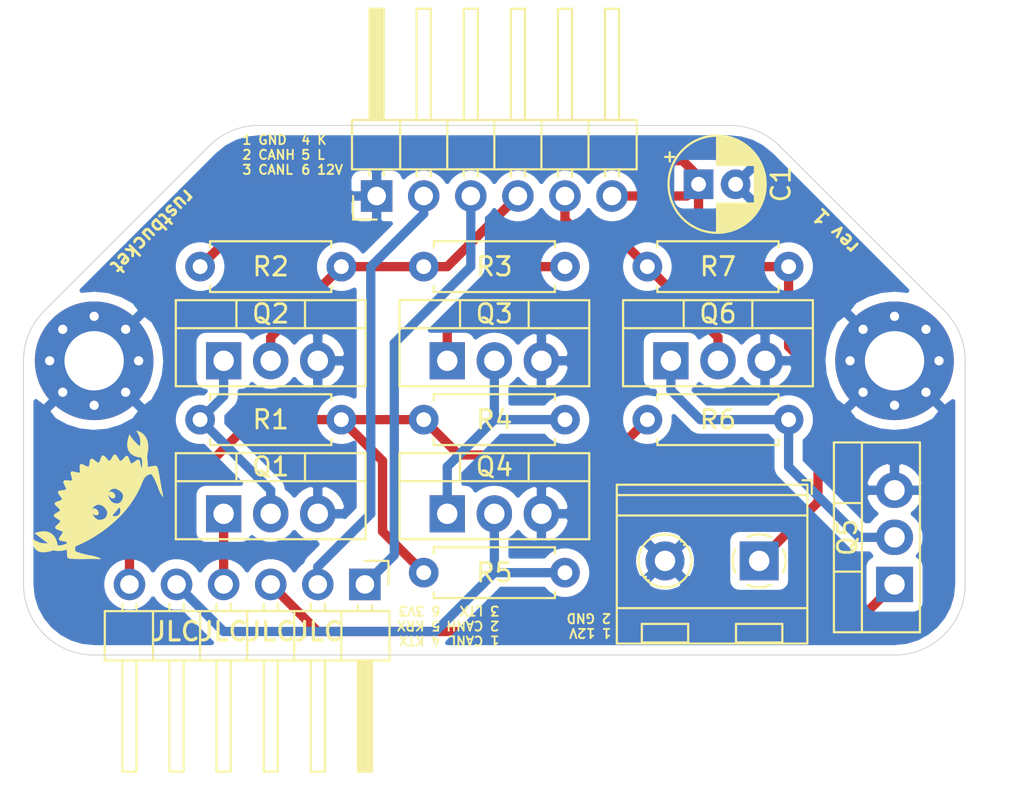
<source format=kicad_pcb>
(kicad_pcb (version 20171130) (host pcbnew 5.1.6)

  (general
    (thickness 1.6)
    (drawings 20)
    (tracks 69)
    (zones 0)
    (modules 20)
    (nets 13)
  )

  (page A4)
  (layers
    (0 F.Cu signal)
    (31 B.Cu signal)
    (32 B.Adhes user)
    (33 F.Adhes user)
    (34 B.Paste user)
    (35 F.Paste user)
    (36 B.SilkS user)
    (37 F.SilkS user)
    (38 B.Mask user)
    (39 F.Mask user)
    (40 Dwgs.User user)
    (41 Cmts.User user)
    (42 Eco1.User user)
    (43 Eco2.User user)
    (44 Edge.Cuts user)
    (45 Margin user)
    (46 B.CrtYd user)
    (47 F.CrtYd user)
    (48 B.Fab user)
    (49 F.Fab user)
  )

  (setup
    (last_trace_width 0.25)
    (user_trace_width 0.5)
    (trace_clearance 0.2)
    (zone_clearance 0.508)
    (zone_45_only no)
    (trace_min 0.2)
    (via_size 0.8)
    (via_drill 0.4)
    (via_min_size 0.4)
    (via_min_drill 0.3)
    (user_via 2 1)
    (user_via 3.5 3.2)
    (uvia_size 0.3)
    (uvia_drill 0.1)
    (uvias_allowed no)
    (uvia_min_size 0.2)
    (uvia_min_drill 0.1)
    (edge_width 0.05)
    (segment_width 0.2)
    (pcb_text_width 0.3)
    (pcb_text_size 1.5 1.5)
    (mod_edge_width 0.12)
    (mod_text_size 1 1)
    (mod_text_width 0.15)
    (pad_size 1.6 1.6)
    (pad_drill 0.8)
    (pad_to_mask_clearance 0.05)
    (aux_axis_origin 0 0)
    (visible_elements FFFFFF7F)
    (pcbplotparams
      (layerselection 0x010f0_ffffffff)
      (usegerberextensions false)
      (usegerberattributes true)
      (usegerberadvancedattributes true)
      (creategerberjobfile true)
      (excludeedgelayer true)
      (linewidth 0.100000)
      (plotframeref false)
      (viasonmask false)
      (mode 1)
      (useauxorigin false)
      (hpglpennumber 1)
      (hpglpenspeed 20)
      (hpglpendiameter 15.000000)
      (psnegative false)
      (psa4output false)
      (plotreference true)
      (plotvalue true)
      (plotinvisibletext false)
      (padsonsilk false)
      (subtractmaskfromsilk false)
      (outputformat 1)
      (mirror false)
      (drillshape 0)
      (scaleselection 1)
      (outputdirectory ""))
  )

  (net 0 "")
  (net 1 "Net-(Q1-Pad2)")
  (net 2 GND)
  (net 3 "Net-(Q3-Pad1)")
  (net 4 "Net-(Q3-Pad2)")
  (net 5 +12V)
  (net 6 +3V3)
  (net 7 L)
  (net 8 "Net-(Q5-Pad2)")
  (net 9 KTX)
  (net 10 K)
  (net 11 KRX)
  (net 12 LTX)

  (net_class Default "This is the default net class."
    (clearance 0.2)
    (trace_width 0.25)
    (via_dia 0.8)
    (via_drill 0.4)
    (uvia_dia 0.3)
    (uvia_drill 0.1)
    (add_net +12V)
    (add_net +3V3)
    (add_net GND)
    (add_net K)
    (add_net KRX)
    (add_net KTX)
    (add_net L)
    (add_net LTX)
    (add_net "Net-(Q1-Pad2)")
    (add_net "Net-(Q3-Pad1)")
    (add_net "Net-(Q3-Pad2)")
    (add_net "Net-(Q5-Pad2)")
  )

  (module TerminalBlock_RND:TerminalBlock_RND_205-00232_1x02_P5.08mm_Horizontal (layer F.Cu) (tedit 5F49576B) (tstamp 5F430966)
    (at 164.1475 61.595 180)
    (descr "terminal block RND 205-00232, 2 pins, pitch 5.08mm, size 10.2x8.45mm^2, drill diamater 1.1mm, pad diameter 2.1mm, see http://cdn-reichelt.de/documents/datenblatt/C151/RND_205-00232_DB_EN.pdf, script-generated using https://github.com/pointhi/kicad-footprint-generator/scripts/TerminalBlock_RND")
    (tags "THT terminal block RND 205-00232 pitch 5.08mm size 10.2x8.45mm^2 drill 1.1mm pad 2.1mm")
    (fp_text reference REF** (at 2.54 -5.46 180) (layer F.SilkS) hide
      (effects (font (size 1 1) (thickness 0.15)))
    )
    (fp_text value TerminalBlock_RND_205-00232_1x02_P5.08mm_Horizontal (at 2.54 5.11 180) (layer F.Fab) hide
      (effects (font (size 1 1) (thickness 0.15)))
    )
    (fp_circle (center 0 0) (end 1.25 0) (layer F.Fab) (width 0.1))
    (fp_circle (center 5.08 0) (end 6.33 0) (layer F.Fab) (width 0.1))
    (fp_circle (center 5.08 0) (end 6.51 0) (layer F.SilkS) (width 0.12))
    (fp_line (start -2.54 -4.4) (end 7.62 -4.4) (layer F.Fab) (width 0.1))
    (fp_line (start 7.62 -4.4) (end 7.62 4.05) (layer F.Fab) (width 0.1))
    (fp_line (start 7.62 4.05) (end -2.04 4.05) (layer F.Fab) (width 0.1))
    (fp_line (start -2.04 4.05) (end -2.54 3.55) (layer F.Fab) (width 0.1))
    (fp_line (start -2.54 3.55) (end -2.54 -4.4) (layer F.Fab) (width 0.1))
    (fp_line (start -2.54 3.55) (end 7.62 3.55) (layer F.Fab) (width 0.1))
    (fp_line (start -2.6 3.55) (end 7.68 3.55) (layer F.SilkS) (width 0.12))
    (fp_line (start -2.54 2.45) (end 7.62 2.45) (layer F.Fab) (width 0.1))
    (fp_line (start -2.6 2.45) (end 7.68 2.45) (layer F.SilkS) (width 0.12))
    (fp_line (start -2.54 -2.55) (end 7.62 -2.55) (layer F.Fab) (width 0.1))
    (fp_line (start -2.6 -2.55) (end 7.68 -2.55) (layer F.SilkS) (width 0.12))
    (fp_line (start -2.6 -4.46) (end 7.68 -4.46) (layer F.SilkS) (width 0.12))
    (fp_line (start -2.6 4.11) (end 7.68 4.11) (layer F.SilkS) (width 0.12))
    (fp_line (start -2.6 -4.46) (end -2.6 4.11) (layer F.SilkS) (width 0.12))
    (fp_line (start 7.68 -4.46) (end 7.68 4.11) (layer F.SilkS) (width 0.12))
    (fp_line (start 0.949 -0.796) (end -0.796 0.948) (layer F.Fab) (width 0.1))
    (fp_line (start 0.796 -0.948) (end -0.949 0.796) (layer F.Fab) (width 0.1))
    (fp_line (start -1.25 -4.4) (end -1.25 -3.4) (layer F.Fab) (width 0.1))
    (fp_line (start -1.25 -3.4) (end 1.25 -3.4) (layer F.Fab) (width 0.1))
    (fp_line (start 1.25 -3.4) (end 1.25 -4.4) (layer F.Fab) (width 0.1))
    (fp_line (start 1.25 -4.4) (end -1.25 -4.4) (layer F.Fab) (width 0.1))
    (fp_line (start -1.25 -4.4) (end 1.25 -4.4) (layer F.SilkS) (width 0.12))
    (fp_line (start -1.25 -3.4) (end 1.25 -3.4) (layer F.SilkS) (width 0.12))
    (fp_line (start -1.25 -4.4) (end -1.25 -3.4) (layer F.SilkS) (width 0.12))
    (fp_line (start 1.25 -4.4) (end 1.25 -3.4) (layer F.SilkS) (width 0.12))
    (fp_line (start 6.029 -0.796) (end 4.285 0.948) (layer F.Fab) (width 0.1))
    (fp_line (start 5.876 -0.948) (end 4.132 0.796) (layer F.Fab) (width 0.1))
    (fp_line (start 6.165 -0.91) (end 6.105 -0.851) (layer F.SilkS) (width 0.12))
    (fp_line (start 4.21 1.045) (end 4.17 1.085) (layer F.SilkS) (width 0.12))
    (fp_line (start 5.991 -1.085) (end 5.951 -1.045) (layer F.SilkS) (width 0.12))
    (fp_line (start 4.056 0.85) (end 3.996 0.91) (layer F.SilkS) (width 0.12))
    (fp_line (start 3.83 -4.4) (end 3.83 -3.4) (layer F.Fab) (width 0.1))
    (fp_line (start 3.83 -3.4) (end 6.33 -3.4) (layer F.Fab) (width 0.1))
    (fp_line (start 6.33 -3.4) (end 6.33 -4.4) (layer F.Fab) (width 0.1))
    (fp_line (start 6.33 -4.4) (end 3.83 -4.4) (layer F.Fab) (width 0.1))
    (fp_line (start 3.83 -4.4) (end 6.33 -4.4) (layer F.SilkS) (width 0.12))
    (fp_line (start 3.83 -3.4) (end 6.33 -3.4) (layer F.SilkS) (width 0.12))
    (fp_line (start 3.83 -4.4) (end 3.83 -3.4) (layer F.SilkS) (width 0.12))
    (fp_line (start 6.33 -4.4) (end 6.33 -3.4) (layer F.SilkS) (width 0.12))
    (fp_line (start -2.84 3.61) (end -2.84 4.35) (layer F.SilkS) (width 0.12))
    (fp_line (start -2.84 4.35) (end -2.34 4.35) (layer F.SilkS) (width 0.12))
    (fp_line (start -3.04 -4.9) (end -3.04 4.55) (layer F.CrtYd) (width 0.05))
    (fp_line (start -3.04 4.55) (end 8.13 4.55) (layer F.CrtYd) (width 0.05))
    (fp_line (start 8.13 4.55) (end 8.13 -4.9) (layer F.CrtYd) (width 0.05))
    (fp_line (start 8.13 -4.9) (end -3.04 -4.9) (layer F.CrtYd) (width 0.05))
    (fp_text user %R (at 2.54 -5.46 180) (layer F.Fab) hide
      (effects (font (size 1 1) (thickness 0.15)))
    )
    (fp_arc (start 0 0) (end -0.628 1.286) (angle -27) (layer F.SilkS) (width 0.12))
    (fp_arc (start 0 0) (end -1.286 -0.628) (angle -52) (layer F.SilkS) (width 0.12))
    (fp_arc (start 0 0) (end 0.627 -1.286) (angle -52) (layer F.SilkS) (width 0.12))
    (fp_arc (start 0 0) (end 1.286 0.627) (angle -52) (layer F.SilkS) (width 0.12))
    (fp_arc (start 0 0) (end 0 1.43) (angle -26) (layer F.SilkS) (width 0.12))
    (pad 2 thru_hole circle (at 5.08 0 180) (size 2.1 2.1) (drill 1.1) (layers *.Cu *.Mask)
      (net 2 GND))
    (pad 1 thru_hole rect (at 0 0 180) (size 2.1 2.1) (drill 1.1) (layers *.Cu *.Mask)
      (net 5 +12V))
    (model ${KISYS3DMOD}/TerminalBlock_RND.3dshapes/TerminalBlock_RND_205-00232_1x02_P5.08mm_Horizontal.wrl
      (at (xyz 0 0 0))
      (scale (xyz 1 1 1))
      (rotate (xyz 0 180 0))
    )
    (model ${KISYS3DMOD}/TerminalBlock_Phoenix.3dshapes/TerminalBlock_Phoenix_MKDS-1,5-2-5.08_1x02_P5.08mm_Horizontal.step
      (offset (xyz 5.1 0 0))
      (scale (xyz 1 1 1))
      (rotate (xyz 0 0 180))
    )
  )

  (module Capacitor_THT:CP_Radial_D5.0mm_P2.00mm (layer F.Cu) (tedit 5F495715) (tstamp 5F430E4C)
    (at 160.8775 41.275)
    (descr "CP, Radial series, Radial, pin pitch=2.00mm, , diameter=5mm, Electrolytic Capacitor")
    (tags "CP Radial series Radial pin pitch 2.00mm  diameter 5mm Electrolytic Capacitor")
    (path /5F53133B)
    (fp_text reference C1 (at 4.445 0 90) (layer F.SilkS)
      (effects (font (size 1 1) (thickness 0.15)))
    )
    (fp_text value 47u (at 1.27 4.445) (layer F.SilkS) hide
      (effects (font (size 1 1) (thickness 0.15)) (justify left))
    )
    (fp_line (start -1.554775 -1.725) (end -1.554775 -1.225) (layer F.SilkS) (width 0.12))
    (fp_line (start -1.804775 -1.475) (end -1.304775 -1.475) (layer F.SilkS) (width 0.12))
    (fp_line (start 3.601 -0.284) (end 3.601 0.284) (layer F.SilkS) (width 0.12))
    (fp_line (start 3.561 -0.518) (end 3.561 0.518) (layer F.SilkS) (width 0.12))
    (fp_line (start 3.521 -0.677) (end 3.521 0.677) (layer F.SilkS) (width 0.12))
    (fp_line (start 3.481 -0.805) (end 3.481 0.805) (layer F.SilkS) (width 0.12))
    (fp_line (start 3.441 -0.915) (end 3.441 0.915) (layer F.SilkS) (width 0.12))
    (fp_line (start 3.401 -1.011) (end 3.401 1.011) (layer F.SilkS) (width 0.12))
    (fp_line (start 3.361 -1.098) (end 3.361 1.098) (layer F.SilkS) (width 0.12))
    (fp_line (start 3.321 -1.178) (end 3.321 1.178) (layer F.SilkS) (width 0.12))
    (fp_line (start 3.281 -1.251) (end 3.281 1.251) (layer F.SilkS) (width 0.12))
    (fp_line (start 3.241 -1.319) (end 3.241 1.319) (layer F.SilkS) (width 0.12))
    (fp_line (start 3.201 -1.383) (end 3.201 1.383) (layer F.SilkS) (width 0.12))
    (fp_line (start 3.161 -1.443) (end 3.161 1.443) (layer F.SilkS) (width 0.12))
    (fp_line (start 3.121 -1.5) (end 3.121 1.5) (layer F.SilkS) (width 0.12))
    (fp_line (start 3.081 -1.554) (end 3.081 1.554) (layer F.SilkS) (width 0.12))
    (fp_line (start 3.041 -1.605) (end 3.041 1.605) (layer F.SilkS) (width 0.12))
    (fp_line (start 3.001 1.04) (end 3.001 1.653) (layer F.SilkS) (width 0.12))
    (fp_line (start 3.001 -1.653) (end 3.001 -1.04) (layer F.SilkS) (width 0.12))
    (fp_line (start 2.961 1.04) (end 2.961 1.699) (layer F.SilkS) (width 0.12))
    (fp_line (start 2.961 -1.699) (end 2.961 -1.04) (layer F.SilkS) (width 0.12))
    (fp_line (start 2.921 1.04) (end 2.921 1.743) (layer F.SilkS) (width 0.12))
    (fp_line (start 2.921 -1.743) (end 2.921 -1.04) (layer F.SilkS) (width 0.12))
    (fp_line (start 2.881 1.04) (end 2.881 1.785) (layer F.SilkS) (width 0.12))
    (fp_line (start 2.881 -1.785) (end 2.881 -1.04) (layer F.SilkS) (width 0.12))
    (fp_line (start 2.841 1.04) (end 2.841 1.826) (layer F.SilkS) (width 0.12))
    (fp_line (start 2.841 -1.826) (end 2.841 -1.04) (layer F.SilkS) (width 0.12))
    (fp_line (start 2.801 1.04) (end 2.801 1.864) (layer F.SilkS) (width 0.12))
    (fp_line (start 2.801 -1.864) (end 2.801 -1.04) (layer F.SilkS) (width 0.12))
    (fp_line (start 2.761 1.04) (end 2.761 1.901) (layer F.SilkS) (width 0.12))
    (fp_line (start 2.761 -1.901) (end 2.761 -1.04) (layer F.SilkS) (width 0.12))
    (fp_line (start 2.721 1.04) (end 2.721 1.937) (layer F.SilkS) (width 0.12))
    (fp_line (start 2.721 -1.937) (end 2.721 -1.04) (layer F.SilkS) (width 0.12))
    (fp_line (start 2.681 1.04) (end 2.681 1.971) (layer F.SilkS) (width 0.12))
    (fp_line (start 2.681 -1.971) (end 2.681 -1.04) (layer F.SilkS) (width 0.12))
    (fp_line (start 2.641 1.04) (end 2.641 2.004) (layer F.SilkS) (width 0.12))
    (fp_line (start 2.641 -2.004) (end 2.641 -1.04) (layer F.SilkS) (width 0.12))
    (fp_line (start 2.601 1.04) (end 2.601 2.035) (layer F.SilkS) (width 0.12))
    (fp_line (start 2.601 -2.035) (end 2.601 -1.04) (layer F.SilkS) (width 0.12))
    (fp_line (start 2.561 1.04) (end 2.561 2.065) (layer F.SilkS) (width 0.12))
    (fp_line (start 2.561 -2.065) (end 2.561 -1.04) (layer F.SilkS) (width 0.12))
    (fp_line (start 2.521 1.04) (end 2.521 2.095) (layer F.SilkS) (width 0.12))
    (fp_line (start 2.521 -2.095) (end 2.521 -1.04) (layer F.SilkS) (width 0.12))
    (fp_line (start 2.481 1.04) (end 2.481 2.122) (layer F.SilkS) (width 0.12))
    (fp_line (start 2.481 -2.122) (end 2.481 -1.04) (layer F.SilkS) (width 0.12))
    (fp_line (start 2.441 1.04) (end 2.441 2.149) (layer F.SilkS) (width 0.12))
    (fp_line (start 2.441 -2.149) (end 2.441 -1.04) (layer F.SilkS) (width 0.12))
    (fp_line (start 2.401 1.04) (end 2.401 2.175) (layer F.SilkS) (width 0.12))
    (fp_line (start 2.401 -2.175) (end 2.401 -1.04) (layer F.SilkS) (width 0.12))
    (fp_line (start 2.361 1.04) (end 2.361 2.2) (layer F.SilkS) (width 0.12))
    (fp_line (start 2.361 -2.2) (end 2.361 -1.04) (layer F.SilkS) (width 0.12))
    (fp_line (start 2.321 1.04) (end 2.321 2.224) (layer F.SilkS) (width 0.12))
    (fp_line (start 2.321 -2.224) (end 2.321 -1.04) (layer F.SilkS) (width 0.12))
    (fp_line (start 2.281 1.04) (end 2.281 2.247) (layer F.SilkS) (width 0.12))
    (fp_line (start 2.281 -2.247) (end 2.281 -1.04) (layer F.SilkS) (width 0.12))
    (fp_line (start 2.241 1.04) (end 2.241 2.268) (layer F.SilkS) (width 0.12))
    (fp_line (start 2.241 -2.268) (end 2.241 -1.04) (layer F.SilkS) (width 0.12))
    (fp_line (start 2.201 1.04) (end 2.201 2.29) (layer F.SilkS) (width 0.12))
    (fp_line (start 2.201 -2.29) (end 2.201 -1.04) (layer F.SilkS) (width 0.12))
    (fp_line (start 2.161 1.04) (end 2.161 2.31) (layer F.SilkS) (width 0.12))
    (fp_line (start 2.161 -2.31) (end 2.161 -1.04) (layer F.SilkS) (width 0.12))
    (fp_line (start 2.121 1.04) (end 2.121 2.329) (layer F.SilkS) (width 0.12))
    (fp_line (start 2.121 -2.329) (end 2.121 -1.04) (layer F.SilkS) (width 0.12))
    (fp_line (start 2.081 1.04) (end 2.081 2.348) (layer F.SilkS) (width 0.12))
    (fp_line (start 2.081 -2.348) (end 2.081 -1.04) (layer F.SilkS) (width 0.12))
    (fp_line (start 2.041 1.04) (end 2.041 2.365) (layer F.SilkS) (width 0.12))
    (fp_line (start 2.041 -2.365) (end 2.041 -1.04) (layer F.SilkS) (width 0.12))
    (fp_line (start 2.001 1.04) (end 2.001 2.382) (layer F.SilkS) (width 0.12))
    (fp_line (start 2.001 -2.382) (end 2.001 -1.04) (layer F.SilkS) (width 0.12))
    (fp_line (start 1.961 1.04) (end 1.961 2.398) (layer F.SilkS) (width 0.12))
    (fp_line (start 1.961 -2.398) (end 1.961 -1.04) (layer F.SilkS) (width 0.12))
    (fp_line (start 1.921 1.04) (end 1.921 2.414) (layer F.SilkS) (width 0.12))
    (fp_line (start 1.921 -2.414) (end 1.921 -1.04) (layer F.SilkS) (width 0.12))
    (fp_line (start 1.881 1.04) (end 1.881 2.428) (layer F.SilkS) (width 0.12))
    (fp_line (start 1.881 -2.428) (end 1.881 -1.04) (layer F.SilkS) (width 0.12))
    (fp_line (start 1.841 1.04) (end 1.841 2.442) (layer F.SilkS) (width 0.12))
    (fp_line (start 1.841 -2.442) (end 1.841 -1.04) (layer F.SilkS) (width 0.12))
    (fp_line (start 1.801 1.04) (end 1.801 2.455) (layer F.SilkS) (width 0.12))
    (fp_line (start 1.801 -2.455) (end 1.801 -1.04) (layer F.SilkS) (width 0.12))
    (fp_line (start 1.761 1.04) (end 1.761 2.468) (layer F.SilkS) (width 0.12))
    (fp_line (start 1.761 -2.468) (end 1.761 -1.04) (layer F.SilkS) (width 0.12))
    (fp_line (start 1.721 1.04) (end 1.721 2.48) (layer F.SilkS) (width 0.12))
    (fp_line (start 1.721 -2.48) (end 1.721 -1.04) (layer F.SilkS) (width 0.12))
    (fp_line (start 1.68 1.04) (end 1.68 2.491) (layer F.SilkS) (width 0.12))
    (fp_line (start 1.68 -2.491) (end 1.68 -1.04) (layer F.SilkS) (width 0.12))
    (fp_line (start 1.64 1.04) (end 1.64 2.501) (layer F.SilkS) (width 0.12))
    (fp_line (start 1.64 -2.501) (end 1.64 -1.04) (layer F.SilkS) (width 0.12))
    (fp_line (start 1.6 1.04) (end 1.6 2.511) (layer F.SilkS) (width 0.12))
    (fp_line (start 1.6 -2.511) (end 1.6 -1.04) (layer F.SilkS) (width 0.12))
    (fp_line (start 1.56 1.04) (end 1.56 2.52) (layer F.SilkS) (width 0.12))
    (fp_line (start 1.56 -2.52) (end 1.56 -1.04) (layer F.SilkS) (width 0.12))
    (fp_line (start 1.52 1.04) (end 1.52 2.528) (layer F.SilkS) (width 0.12))
    (fp_line (start 1.52 -2.528) (end 1.52 -1.04) (layer F.SilkS) (width 0.12))
    (fp_line (start 1.48 1.04) (end 1.48 2.536) (layer F.SilkS) (width 0.12))
    (fp_line (start 1.48 -2.536) (end 1.48 -1.04) (layer F.SilkS) (width 0.12))
    (fp_line (start 1.44 1.04) (end 1.44 2.543) (layer F.SilkS) (width 0.12))
    (fp_line (start 1.44 -2.543) (end 1.44 -1.04) (layer F.SilkS) (width 0.12))
    (fp_line (start 1.4 1.04) (end 1.4 2.55) (layer F.SilkS) (width 0.12))
    (fp_line (start 1.4 -2.55) (end 1.4 -1.04) (layer F.SilkS) (width 0.12))
    (fp_line (start 1.36 1.04) (end 1.36 2.556) (layer F.SilkS) (width 0.12))
    (fp_line (start 1.36 -2.556) (end 1.36 -1.04) (layer F.SilkS) (width 0.12))
    (fp_line (start 1.32 1.04) (end 1.32 2.561) (layer F.SilkS) (width 0.12))
    (fp_line (start 1.32 -2.561) (end 1.32 -1.04) (layer F.SilkS) (width 0.12))
    (fp_line (start 1.28 1.04) (end 1.28 2.565) (layer F.SilkS) (width 0.12))
    (fp_line (start 1.28 -2.565) (end 1.28 -1.04) (layer F.SilkS) (width 0.12))
    (fp_line (start 1.24 1.04) (end 1.24 2.569) (layer F.SilkS) (width 0.12))
    (fp_line (start 1.24 -2.569) (end 1.24 -1.04) (layer F.SilkS) (width 0.12))
    (fp_line (start 1.2 1.04) (end 1.2 2.573) (layer F.SilkS) (width 0.12))
    (fp_line (start 1.2 -2.573) (end 1.2 -1.04) (layer F.SilkS) (width 0.12))
    (fp_line (start 1.16 1.04) (end 1.16 2.576) (layer F.SilkS) (width 0.12))
    (fp_line (start 1.16 -2.576) (end 1.16 -1.04) (layer F.SilkS) (width 0.12))
    (fp_line (start 1.12 1.04) (end 1.12 2.578) (layer F.SilkS) (width 0.12))
    (fp_line (start 1.12 -2.578) (end 1.12 -1.04) (layer F.SilkS) (width 0.12))
    (fp_line (start 1.08 1.04) (end 1.08 2.579) (layer F.SilkS) (width 0.12))
    (fp_line (start 1.08 -2.579) (end 1.08 -1.04) (layer F.SilkS) (width 0.12))
    (fp_line (start 1.04 -2.58) (end 1.04 -1.04) (layer F.SilkS) (width 0.12))
    (fp_line (start 1.04 1.04) (end 1.04 2.58) (layer F.SilkS) (width 0.12))
    (fp_line (start 1 -2.58) (end 1 -1.04) (layer F.SilkS) (width 0.12))
    (fp_line (start 1 1.04) (end 1 2.58) (layer F.SilkS) (width 0.12))
    (fp_line (start -0.883605 -1.3375) (end -0.883605 -0.8375) (layer F.Fab) (width 0.1))
    (fp_line (start -1.133605 -1.0875) (end -0.633605 -1.0875) (layer F.Fab) (width 0.1))
    (fp_circle (center 1 0) (end 3.75 0) (layer F.CrtYd) (width 0.05))
    (fp_circle (center 1 0) (end 3.62 0) (layer F.SilkS) (width 0.12))
    (fp_circle (center 1 0) (end 3.5 0) (layer F.Fab) (width 0.1))
    (fp_text user %R (at 1.25 0) (layer F.SilkS) hide
      (effects (font (size 1 1) (thickness 0.15)))
    )
    (pad 2 thru_hole circle (at 2 0) (size 1.6 1.6) (drill 0.8) (layers *.Cu *.Mask)
      (net 2 GND))
    (pad 1 thru_hole rect (at 0 0) (size 1.6 1.6) (drill 0.8) (layers *.Cu *.Mask)
      (net 5 +12V))
    (model ${KISYS3DMOD}/Capacitor_THT.3dshapes/CP_Radial_D5.0mm_P2.00mm.wrl
      (at (xyz 0 0 0))
      (scale (xyz 1 1 1.5))
      (rotate (xyz 0 0 0))
    )
  )

  (module kicad:ferris (layer F.Cu) (tedit 0) (tstamp 5F48781A)
    (at 128.5875 58.42 45)
    (fp_text reference G*** (at 0 0 45) (layer F.SilkS) hide
      (effects (font (size 1.524 1.524) (thickness 0.3)))
    )
    (fp_text value LOGO (at 0.75 0 45) (layer F.SilkS) hide
      (effects (font (size 1.524 1.524) (thickness 0.3)))
    )
    (fp_poly (pts (xy 0.075725 -2.247175) (xy 0.104492 -2.234007) (xy 0.107272 -2.231792) (xy 0.116997 -2.220529)
      (xy 0.132647 -2.198721) (xy 0.152891 -2.168394) (xy 0.176396 -2.131571) (xy 0.201829 -2.090278)
      (xy 0.216487 -2.065839) (xy 0.304402 -1.917809) (xy 0.341734 -1.912856) (xy 0.363049 -1.910447)
      (xy 0.377302 -1.909628) (xy 0.380655 -1.910081) (xy 0.388041 -1.918933) (xy 0.403431 -1.936525)
      (xy 0.425039 -1.960879) (xy 0.451084 -1.990017) (xy 0.47978 -2.02196) (xy 0.509345 -2.054729)
      (xy 0.537993 -2.086348) (xy 0.563943 -2.114837) (xy 0.585409 -2.138218) (xy 0.600608 -2.154513)
      (xy 0.606738 -2.160815) (xy 0.625289 -2.176138) (xy 0.643427 -2.182956) (xy 0.665736 -2.184373)
      (xy 0.703091 -2.178677) (xy 0.734144 -2.162764) (xy 0.755757 -2.138305) (xy 0.757135 -2.135736)
      (xy 0.763796 -2.1206) (xy 0.773695 -2.095564) (xy 0.785353 -2.064453) (xy 0.794424 -2.039257)
      (xy 0.820643 -1.965923) (xy 0.842562 -1.906433) (xy 0.860187 -1.860772) (xy 0.873526 -1.828926)
      (xy 0.882582 -1.810877) (xy 0.88604 -1.806616) (xy 0.897848 -1.801207) (xy 0.916876 -1.79413)
      (xy 0.921913 -1.79243) (xy 0.949639 -1.78328) (xy 1.093213 -1.889497) (xy 1.138154 -1.922641)
      (xy 1.173172 -1.948082) (xy 1.19995 -1.966833) (xy 1.220173 -1.979907) (xy 1.235524 -1.988316)
      (xy 1.247686 -1.993074) (xy 1.258344 -1.995194) (xy 1.269179 -1.995687) (xy 1.269723 -1.995688)
      (xy 1.307473 -1.989657) (xy 1.337026 -1.971993) (xy 1.357507 -1.94324) (xy 1.3587 -1.940542)
      (xy 1.36366 -1.924178) (xy 1.369929 -1.896384) (xy 1.376928 -1.860122) (xy 1.38408 -1.818355)
      (xy 1.389717 -1.781629) (xy 1.398294 -1.72251) (xy 1.40519 -1.676058) (xy 1.410919 -1.640593)
      (xy 1.415997 -1.614436) (xy 1.420938 -1.595906) (xy 1.426258 -1.583324) (xy 1.43247 -1.57501)
      (xy 1.440091 -1.569283) (xy 1.449635 -1.564464) (xy 1.457374 -1.560901) (xy 1.491778 -1.544786)
      (xy 1.545989 -1.569878) (xy 1.572655 -1.582325) (xy 1.608287 -1.599102) (xy 1.648766 -1.618264)
      (xy 1.689972 -1.637863) (xy 1.7018 -1.643509) (xy 1.741914 -1.662398) (xy 1.771667 -1.675552)
      (xy 1.793625 -1.683844) (xy 1.81035 -1.688144) (xy 1.824407 -1.689325) (xy 1.834695 -1.688693)
      (xy 1.869226 -1.678191) (xy 1.896639 -1.655329) (xy 1.913389 -1.627178) (xy 1.917194 -1.614774)
      (xy 1.919676 -1.597231) (xy 1.920923 -1.572383) (xy 1.921021 -1.538067) (xy 1.920059 -1.492118)
      (xy 1.919547 -1.474778) (xy 1.918008 -1.428843) (xy 1.916303 -1.384077) (xy 1.914585 -1.344104)
      (xy 1.913007 -1.312545) (xy 1.912089 -1.297705) (xy 1.908619 -1.249209) (xy 1.972605 -1.196777)
      (xy 2.134241 -1.237017) (xy 2.18159 -1.248606) (xy 2.22512 -1.258887) (xy 2.262555 -1.267351)
      (xy 2.291617 -1.27349) (xy 2.310029 -1.276798) (xy 2.314524 -1.27723) (xy 2.344175 -1.270444)
      (xy 2.370314 -1.252168) (xy 2.390406 -1.225393) (xy 2.401917 -1.193112) (xy 2.403644 -1.172034)
      (xy 2.401833 -1.156519) (xy 2.397168 -1.129389) (xy 2.390142 -1.093151) (xy 2.381249 -1.050312)
      (xy 2.370983 -1.00338) (xy 2.366602 -0.98402) (xy 2.330275 -0.825039) (xy 2.376049 -0.761301)
      (xy 2.555594 -0.766377) (xy 2.614977 -0.767972) (xy 2.661676 -0.76878) (xy 2.697518 -0.768463)
      (xy 2.724328 -0.766684) (xy 2.743928 -0.763105) (xy 2.758146 -0.757387) (xy 2.768805 -0.749192)
      (xy 2.777731 -0.738184) (xy 2.786747 -0.724022) (xy 2.787062 -0.723506) (xy 2.795547 -0.706984)
      (xy 2.800148 -0.689869) (xy 2.800458 -0.670202) (xy 2.796072 -0.646021) (xy 2.786584 -0.615367)
      (xy 2.771588 -0.576279) (xy 2.750678 -0.526797) (xy 2.742417 -0.507869) (xy 2.71851 -0.45353)
      (xy 2.699763 -0.410879) (xy 2.685701 -0.378229) (xy 2.675844 -0.353893) (xy 2.669715 -0.336185)
      (xy 2.666835 -0.323419) (xy 2.666727 -0.313907) (xy 2.668912 -0.305964) (xy 2.672913 -0.297903)
      (xy 2.678251 -0.288038) (xy 2.679439 -0.285696) (xy 2.697037 -0.250372) (xy 2.859819 -0.222421)
      (xy 2.908045 -0.213857) (xy 2.952623 -0.205407) (xy 2.991154 -0.19757) (xy 3.021242 -0.190841)
      (xy 3.040489 -0.185718) (xy 3.044997 -0.184058) (xy 3.062623 -0.171081) (xy 3.079553 -0.151222)
      (xy 3.083981 -0.144134) (xy 3.095117 -0.118001) (xy 3.097843 -0.091909) (xy 3.091603 -0.063429)
      (xy 3.075843 -0.030131) (xy 3.050005 0.010414) (xy 3.047913 0.01343) (xy 3.023775 0.048092)
      (xy 2.995865 0.088164) (xy 2.968709 0.127147) (xy 2.957347 0.143457) (xy 2.933014 0.178615)
      (xy 2.915973 0.204226) (xy 2.905103 0.22257) (xy 2.899285 0.235928) (xy 2.897401 0.246582)
      (xy 2.89833 0.256813) (xy 2.899325 0.261694) (xy 2.904016 0.283051) (xy 2.937908 0.255953)
      (xy 2.968264 0.231001) (xy 3.004105 0.200472) (xy 3.042555 0.166922) (xy 3.080742 0.132904)
      (xy 3.115792 0.100973) (xy 3.144832 0.073685) (xy 3.161839 0.056877) (xy 3.182541 0.033222)
      (xy 3.201332 0.006047) (xy 3.219853 -0.027508) (xy 3.239741 -0.070304) (xy 3.253969 -0.103923)
      (xy 3.265398 -0.131645) (xy 3.228007 -0.176494) (xy 3.164151 -0.262305) (xy 3.110572 -0.353564)
      (xy 3.068415 -0.447901) (xy 3.038825 -0.542947) (xy 3.029623 -0.586965) (xy 3.020048 -0.680371)
      (xy 3.024564 -0.770887) (xy 3.0432 -0.858561) (xy 3.07598 -0.943441) (xy 3.122931 -1.025571)
      (xy 3.184077 -1.105) (xy 3.259445 -1.181775) (xy 3.34906 -1.255941) (xy 3.427875 -1.311358)
      (xy 3.452689 -1.326827) (xy 3.484049 -1.345086) (xy 3.519757 -1.364996) (xy 3.55761 -1.385417)
      (xy 3.59541 -1.40521) (xy 3.630955 -1.423235) (xy 3.662045 -1.438352) (xy 3.68648 -1.449422)
      (xy 3.70206 -1.455305) (xy 3.706553 -1.455695) (xy 3.706462 -1.447142) (xy 3.701254 -1.43073)
      (xy 3.698557 -1.424289) (xy 3.685377 -1.386772) (xy 3.673133 -1.336765) (xy 3.662012 -1.276274)
      (xy 3.652205 -1.207302) (xy 3.643898 -1.131856) (xy 3.63728 -1.05194) (xy 3.632541 -0.96956)
      (xy 3.629867 -0.886719) (xy 3.629447 -0.805425) (xy 3.631471 -0.72768) (xy 3.632018 -0.716015)
      (xy 3.637318 -0.609998) (xy 3.660159 -0.621734) (xy 3.732621 -0.666441) (xy 3.802338 -0.724198)
      (xy 3.868039 -0.793614) (xy 3.928454 -0.873301) (xy 3.982313 -0.961867) (xy 3.997324 -0.9906)
      (xy 4.017371 -1.034675) (xy 4.038333 -1.088035) (xy 4.058472 -1.1457) (xy 4.076045 -1.202686)
      (xy 4.089262 -1.253787) (xy 4.095505 -1.281416) (xy 4.100991 -1.305562) (xy 4.10431 -1.320036)
      (xy 4.107292 -1.329274) (xy 4.111373 -1.331558) (xy 4.117797 -1.325512) (xy 4.127809 -1.309761)
      (xy 4.142651 -1.28293) (xy 4.149573 -1.27) (xy 4.189812 -1.182732) (xy 4.21749 -1.094356)
      (xy 4.233356 -1.001803) (xy 4.238172 -0.906816) (xy 4.231494 -0.803917) (xy 4.211367 -0.70353)
      (xy 4.177644 -0.605411) (xy 4.130183 -0.509317) (xy 4.068839 -0.415004) (xy 3.993468 -0.322227)
      (xy 3.903925 -0.230744) (xy 3.800068 -0.14031) (xy 3.77191 -0.117884) (xy 3.734291 -0.089517)
      (xy 3.690114 -0.057884) (xy 3.645294 -0.027142) (xy 3.61107 -0.004794) (xy 3.573626 0.019503)
      (xy 3.546217 0.039056) (xy 3.526154 0.056107) (xy 3.510749 0.072897) (xy 3.49969 0.088068)
      (xy 3.456323 0.148472) (xy 3.403695 0.214603) (xy 3.344251 0.283614) (xy 3.280441 0.352653)
      (xy 3.220365 0.41337) (xy 3.156872 0.475343) (xy 3.323177 0.597478) (xy 3.366817 0.629697)
      (xy 3.407119 0.659776) (xy 3.442448 0.686468) (xy 3.471166 0.708525) (xy 3.491635 0.724699)
      (xy 3.502219 0.733743) (xy 3.502784 0.734331) (xy 3.510082 0.745896) (xy 3.514233 0.762897)
      (xy 3.515934 0.789018) (xy 3.516086 0.804511) (xy 3.515385 0.834148) (xy 3.512282 0.856881)
      (xy 3.505275 0.878644) (xy 3.492864 0.905371) (xy 3.488295 0.9144) (xy 3.47365 0.94083)
      (xy 3.451767 0.977267) (xy 3.423829 1.021895) (xy 3.391019 1.072898) (xy 3.354518 1.12846)
      (xy 3.315509 1.186765) (xy 3.275174 1.245998) (xy 3.234697 1.304343) (xy 3.229927 1.31114)
      (xy 3.183074 1.37782) (xy 3.143434 1.434224) (xy 3.109875 1.481953) (xy 3.081266 1.522608)
      (xy 3.056475 1.557788) (xy 3.03437 1.589095) (xy 3.01382 1.618129) (xy 2.993695 1.646491)
      (xy 2.972861 1.675781) (xy 2.950188 1.707599) (xy 2.924544 1.743546) (xy 2.894798 1.785223)
      (xy 2.892533 1.788396) (xy 2.859908 1.834529) (xy 2.827339 1.881352) (xy 2.796675 1.926152)
      (xy 2.769761 1.966217) (xy 2.748447 1.998834) (xy 2.739318 2.013368) (xy 2.704703 2.069399)
      (xy 2.676573 2.113867) (xy 2.6542 2.147803) (xy 2.636855 2.172239) (xy 2.623813 2.188206)
      (xy 2.614344 2.196738) (xy 2.608472 2.198914) (xy 2.601986 2.195875) (xy 2.598867 2.185658)
      (xy 2.599167 2.166619) (xy 2.602937 2.137109) (xy 2.610228 2.095482) (xy 2.611949 2.086414)
      (xy 2.637067 1.981258) (xy 2.672731 1.871156) (xy 2.717705 1.759642) (xy 2.751342 1.68808)
      (xy 2.785643 1.616412) (xy 2.819958 1.539592) (xy 2.85361 1.459516) (xy 2.885923 1.378084)
      (xy 2.916218 1.297192) (xy 2.943818 1.218738) (xy 2.968047 1.14462) (xy 2.988227 1.076735)
      (xy 3.00368 1.016981) (xy 3.013731 0.967256) (xy 3.01676 0.944355) (xy 3.021236 0.89811)
      (xy 2.989599 0.868897) (xy 2.947485 0.837815) (xy 2.89463 0.811102) (xy 2.834449 0.78993)
      (xy 2.770359 0.77547) (xy 2.705775 0.768896) (xy 2.697484 0.768681) (xy 2.646195 0.77082)
      (xy 2.592467 0.779325) (xy 2.534013 0.7948) (xy 2.468544 0.817851) (xy 2.394857 0.8486)
      (xy 2.138669 0.954008) (xy 1.877496 1.045789) (xy 1.611359 1.123943) (xy 1.340279 1.188465)
      (xy 1.064275 1.239355) (xy 0.783368 1.27661) (xy 0.497578 1.300228) (xy 0.206926 1.310207)
      (xy -0.088568 1.306544) (xy -0.388884 1.289237) (xy -0.694002 1.258285) (xy -1.0039 1.213685)
      (xy -1.017604 1.211416) (xy -1.221292 1.174393) (xy -1.427042 1.130984) (xy -1.632442 1.081861)
      (xy -1.835078 1.027699) (xy -1.932013 0.998966) (xy -0.0486 0.998966) (xy -0.041776 1.016862)
      (xy -0.029545 1.039688) (xy -0.01371 1.064219) (xy 0.003928 1.087231) (xy 0.011087 1.095292)
      (xy 0.061778 1.140899) (xy 0.116555 1.174437) (xy 0.173854 1.195335) (xy 0.23211 1.203021)
      (xy 0.289454 1.196994) (xy 0.34561 1.177203) (xy 0.399695 1.145368) (xy 0.448702 1.103925)
      (xy 0.489631 1.055314) (xy 0.513468 1.015109) (xy 0.525098 0.989476) (xy 0.533517 0.967282)
      (xy 0.537013 0.953074) (xy 0.537029 0.952501) (xy 0.535234 0.943506) (xy 0.527296 0.940069)
      (xy 0.509386 0.940773) (xy 0.506186 0.941089) (xy 0.491858 0.942385) (xy 0.464943 0.944666)
      (xy 0.427322 0.947778) (xy 0.380877 0.951567) (xy 0.32749 0.95588) (xy 0.269043 0.960563)
      (xy 0.215463 0.964825) (xy 0.155563 0.969667) (xy 0.100324 0.974314) (xy 0.051397 0.978611)
      (xy 0.010429 0.982408) (xy -0.020933 0.985551) (xy -0.041039 0.987888) (xy -0.048214 0.989224)
      (xy -0.0486 0.998966) (xy -1.932013 0.998966) (xy -2.032538 0.969169) (xy -2.222408 0.906947)
      (xy -2.402278 0.841705) (xy -2.541309 0.786134) (xy -2.575044 0.772003) (xy -2.599115 0.76319)
      (xy -2.617476 0.759983) (xy -2.634076 0.762672) (xy -2.652868 0.771544) (xy -2.677804 0.786888)
      (xy -2.694151 0.797293) (xy -2.715169 0.811848) (xy -2.730165 0.824598) (xy -2.735879 0.832757)
      (xy -2.739827 0.841198) (xy -2.742069 0.841828) (xy -2.750091 0.846612) (xy -2.764586 0.859005)
      (xy -2.778355 0.872289) (xy -2.796997 0.894619) (xy -2.806789 0.916989) (xy -2.808031 0.942667)
      (xy -2.801022 0.974919) (xy -2.79055 1.005339) (xy -2.770093 1.054281) (xy -2.742239 1.112831)
      (xy -2.708202 1.178908) (xy -2.669194 1.250436) (xy -2.626431 1.325336) (xy -2.581126 1.401531)
      (xy -2.534492 1.476943) (xy -2.487743 1.549494) (xy -2.442093 1.617107) (xy -2.398756 1.677702)
      (xy -2.394326 1.683657) (xy -2.352693 1.742388) (xy -2.311836 1.805623) (xy -2.272879 1.871185)
      (xy -2.236946 1.936897) (xy -2.205161 2.000582) (xy -2.178646 2.060062) (xy -2.158525 2.11316)
      (xy -2.145922 2.1577) (xy -2.143745 2.169249) (xy -2.142077 2.187705) (xy -2.14509 2.196711)
      (xy -2.153756 2.195888) (xy -2.169045 2.18486) (xy -2.191928 2.163248) (xy -2.211979 2.142671)
      (xy -2.240172 2.112797) (xy -2.2701 2.080443) (xy -2.296924 2.050863) (xy -2.306729 2.039814)
      (xy -2.321288 2.024058) (xy -2.344785 1.999631) (xy -2.375771 1.967997) (xy -2.412796 1.93062)
      (xy -2.454409 1.888964) (xy -2.499158 1.844492) (xy -2.545595 1.79867) (xy -2.547257 1.797037)
      (xy -2.653957 1.692035) (xy -2.750687 1.596564) (xy -2.837944 1.5101) (xy -2.916227 1.432119)
      (xy -2.986034 1.362101) (xy -3.047863 1.29952) (xy -3.102213 1.243854) (xy -3.149581 1.194581)
      (xy -3.190466 1.151176) (xy -3.225366 1.113118) (xy -3.25478 1.079883) (xy -3.279205 1.050947)
      (xy -3.299139 1.025789) (xy -3.315082 1.003885) (xy -3.327531 0.984712) (xy -3.336692 0.968323)
      (xy -3.352242 0.927202) (xy -3.357293 0.887393) (xy -3.351977 0.851653) (xy -3.336426 0.822739)
      (xy -3.329309 0.815377) (xy -3.31643 0.802973) (xy -3.296764 0.782963) (xy -3.271951 0.757115)
      (xy -3.243631 0.727196) (xy -3.213442 0.694973) (xy -3.183025 0.662216) (xy -3.154019 0.63069)
      (xy -3.128064 0.602164) (xy -3.106799 0.578406) (xy -3.091863 0.561183) (xy -3.084897 0.552263)
      (xy -3.084593 0.551543) (xy -3.090398 0.546467) (xy -3.105813 0.536275) (xy -3.12779 0.522955)
      (xy -3.13341 0.519682) (xy -3.237199 0.455595) (xy -3.267335 0.434035) (xy -0.791503 0.434035)
      (xy -0.78998 0.462803) (xy -0.777089 0.526914) (xy -0.750837 0.587511) (xy -0.712164 0.643555)
      (xy -0.66201 0.694012) (xy -0.601314 0.737845) (xy -0.531018 0.774017) (xy -0.494935 0.788075)
      (xy -0.457628 0.799281) (xy -0.423822 0.804215) (xy -0.388158 0.803099) (xy -0.345279 0.796153)
      (xy -0.337665 0.794574) (xy -0.263454 0.772592) (xy -0.199464 0.740356) (xy -0.145834 0.698052)
      (xy -0.102702 0.645868) (xy -0.070207 0.583989) (xy -0.048487 0.512603) (xy -0.03768 0.431895)
      (xy -0.036412 0.38891) (xy -0.036732 0.381) (xy 0.455478 0.381) (xy 0.458041 0.444015)
      (xy 0.467929 0.499417) (xy 0.486264 0.552715) (xy 0.493965 0.569942) (xy 0.512789 0.603152)
      (xy 0.539333 0.641058) (xy 0.570049 0.679207) (xy 0.60139 0.713147) (xy 0.625602 0.735146)
      (xy 0.667548 0.760232) (xy 0.718443 0.77652) (xy 0.775326 0.783508) (xy 0.835234 0.780691)
      (xy 0.864202 0.775707) (xy 0.910699 0.762459) (xy 0.960571 0.742701) (xy 1.010171 0.718368)
      (xy 1.05585 0.691392) (xy 1.093957 0.663709) (xy 1.11715 0.641661) (xy 1.151885 0.591227)
      (xy 1.175521 0.532191) (xy 1.188032 0.465331) (xy 1.189395 0.391426) (xy 1.179584 0.311255)
      (xy 1.158575 0.225597) (xy 1.13279 0.151339) (xy 1.11775 0.114557) (xy 1.104877 0.087931)
      (xy 1.091988 0.067774) (xy 1.076899 0.050395) (xy 1.0678 0.041552) (xy 1.009827 -0.004239)
      (xy 0.948893 -0.036225) (xy 0.885659 -0.054243) (xy 0.820784 -0.058127) (xy 0.754927 -0.047713)
      (xy 0.734938 -0.041729) (xy 0.6858 -0.0254) (xy 0.722758 -0.021678) (xy 0.76387 -0.012202)
      (xy 0.797654 0.007976) (xy 0.825845 0.04018) (xy 0.842949 0.070118) (xy 0.855661 0.097828)
      (xy 0.862952 0.120639) (xy 0.866273 0.145007) (xy 0.867074 0.177385) (xy 0.867074 0.177455)
      (xy 0.862857 0.235803) (xy 0.849651 0.284341) (xy 0.826735 0.325186) (xy 0.810158 0.344698)
      (xy 0.774974 0.372858) (xy 0.738181 0.387213) (xy 0.701254 0.38814) (xy 0.665667 0.376016)
      (xy 0.632895 0.351217) (xy 0.604412 0.314122) (xy 0.591133 0.288666) (xy 0.57615 0.242502)
      (xy 0.569906 0.192376) (xy 0.572065 0.141888) (xy 0.582295 0.094637) (xy 0.600262 0.054222)
      (xy 0.614671 0.034692) (xy 0.624 0.022481) (xy 0.623402 0.01837) (xy 0.61462 0.021833)
      (xy 0.599398 0.032342) (xy 0.586222 0.043279) (xy 0.554991 0.078091) (xy 0.525961 0.124214)
      (xy 0.500359 0.178479) (xy 0.479413 0.237716) (xy 0.464348 0.298756) (xy 0.456393 0.358428)
      (xy 0.455478 0.381) (xy -0.036732 0.381) (xy -0.039262 0.318535) (xy -0.048173 0.257372)
      (xy -0.064047 0.201064) (xy -0.086073 0.148771) (xy -0.122641 0.085507) (xy -0.165579 0.034946)
      (xy -0.216038 -0.003749) (xy -0.275166 -0.031418) (xy -0.344114 -0.048901) (xy -0.360438 -0.051424)
      (xy -0.397455 -0.054095) (xy -0.439596 -0.053116) (xy -0.484111 -0.049004) (xy -0.528249 -0.042272)
      (xy -0.569261 -0.033435) (xy -0.604397 -0.02301) (xy -0.630905 -0.011511) (xy -0.646036 0.000547)
      (xy -0.647094 0.002259) (xy -0.650962 0.010698) (xy -0.647923 0.011103) (xy -0.635862 0.003184)
      (xy -0.631548 0.000126) (xy -0.599811 -0.01473) (xy -0.562386 -0.020578) (xy -0.525597 -0.016561)
      (xy -0.520225 -0.014957) (xy -0.494477 -0.00067) (xy -0.467682 0.0239) (xy -0.443161 0.055196)
      (xy -0.425772 0.086197) (xy -0.417786 0.107455) (xy -0.412994 0.131144) (xy -0.410718 0.161746)
      (xy -0.410262 0.188813) (xy -0.410567 0.222618) (xy -0.412436 0.246977) (xy -0.416889 0.266945)
      (xy -0.424946 0.287579) (xy -0.434051 0.306705) (xy -0.461099 0.349953) (xy -0.492759 0.380625)
      (xy -0.527759 0.398373) (xy -0.564825 0.402852) (xy -0.602685 0.393712) (xy -0.640064 0.370606)
      (xy -0.646822 0.364776) (xy -0.666628 0.344148) (xy -0.683587 0.321896) (xy -0.689114 0.312552)
      (xy -0.703539 0.274377) (xy -0.713203 0.229076) (xy -0.716891 0.183601) (xy -0.715822 0.15998)
      (xy -0.711539 0.119743) (xy -0.725956 0.14676) (xy -0.741689 0.181461) (xy -0.757504 0.225192)
      (xy -0.77178 0.272571) (xy -0.782893 0.318216) (xy -0.789197 0.35651) (xy -0.791413 0.393315)
      (xy -0.791503 0.434035) (xy -3.267335 0.434035) (xy -3.328459 0.390307) (xy -3.409175 0.322317)
      (xy -3.461718 0.271009) (xy -3.495593 0.235323) (xy -3.521266 0.20683) (xy -3.540976 0.182639)
      (xy -3.556962 0.159861) (xy -3.571461 0.135605) (xy -3.582644 0.114821) (xy -3.592672 0.09634)
      (xy -3.602077 0.082427) (xy -3.613561 0.070823) (xy -3.629828 0.05927) (xy -3.653578 0.045511)
      (xy -3.687245 0.027431) (xy -3.804683 -0.039045) (xy -3.908335 -0.106515) (xy -3.998922 -0.17554)
      (xy -4.077167 -0.246681) (xy -4.143791 -0.320497) (xy -4.157212 -0.337477) (xy -4.172235 -0.359893)
      (xy -4.19025 -0.39102) (xy -4.208778 -0.426129) (xy -4.22534 -0.460486) (xy -4.237458 -0.489361)
      (xy -4.238934 -0.493486) (xy -4.250677 -0.540354) (xy -4.257549 -0.595403) (xy -4.259324 -0.653064)
      (xy -4.255777 -0.707766) (xy -4.249124 -0.74498) (xy -4.221217 -0.827791) (xy -4.17927 -0.90928)
      (xy -4.123747 -0.988683) (xy -4.055111 -1.065237) (xy -4.05427 -1.066076) (xy -4.029355 -1.090502)
      (xy -4.007408 -1.111328) (xy -3.990883 -1.126272) (xy -3.982454 -1.132931) (xy -3.976787 -1.133336)
      (xy -3.971788 -1.126078) (xy -3.966594 -1.109006) (xy -3.960343 -1.079968) (xy -3.959491 -1.075625)
      (xy -3.93395 -0.973854) (xy -3.897329 -0.87007) (xy -3.851539 -0.768731) (xy -3.798492 -0.674297)
      (xy -3.767598 -0.627879) (xy -3.752503 -0.608202) (xy -3.731553 -0.583102) (xy -3.70647 -0.554414)
      (xy -3.678981 -0.523973) (xy -3.650807 -0.493615) (xy -3.623675 -0.465174) (xy -3.599308 -0.440486)
      (xy -3.579431 -0.421387) (xy -3.565769 -0.409711) (xy -3.560167 -0.407105) (xy -3.56008 -0.414968)
      (xy -3.561887 -0.434418) (xy -3.56528 -0.462697) (xy -3.569952 -0.497047) (xy -3.571008 -0.504372)
      (xy -3.591595 -0.646065) (xy -3.610043 -0.773548) (xy -3.626372 -0.886962) (xy -3.640602 -0.986451)
      (xy -3.652751 -1.072157) (xy -3.662842 -1.144222) (xy -3.670893 -1.202789) (xy -3.676924 -1.247999)
      (xy -3.680956 -1.279996) (xy -3.683008 -1.298922) (xy -3.683171 -1.304906) (xy -3.675067 -1.303612)
      (xy -3.656812 -1.295976) (xy -3.630648 -1.283213) (xy -3.598818 -1.266535) (xy -3.563564 -1.247158)
      (xy -3.527127 -1.226293) (xy -3.49175 -1.205156) (xy -3.459675 -1.18496) (xy -3.450771 -1.179093)
      (xy -3.353635 -1.108469) (xy -3.270534 -1.035506) (xy -3.20111 -0.959722) (xy -3.145003 -0.880636)
      (xy -3.101855 -0.797767) (xy -3.071306 -0.710634) (xy -3.058333 -0.653143) (xy -3.048534 -0.558274)
      (xy -3.052754 -0.460726) (xy -3.070855 -0.36102) (xy -3.102698 -0.259675) (xy -3.148146 -0.15721)
      (xy -3.207059 -0.054145) (xy -3.225246 -0.026298) (xy -3.273304 0.045376) (xy -3.216895 0.100753)
      (xy -3.160848 0.148717) (xy -3.091907 0.195638) (xy -3.011693 0.240543) (xy -2.921826 0.282458)
      (xy -2.897771 0.292465) (xy -2.853504 0.310452) (xy -2.822207 0.278563) (xy -2.790911 0.246674)
      (xy -2.804797 0.223123) (xy -2.813452 0.209538) (xy -2.8288 0.186542) (xy -2.849174 0.15659)
      (xy -2.872908 0.122134) (xy -2.89372 0.092222) (xy -2.925694 0.046389) (xy -2.950291 0.010689)
      (xy -2.968478 -0.016623) (xy -2.981223 -0.037292) (xy -2.989492 -0.053061) (xy -2.994252 -0.065675)
      (xy -2.996469 -0.076878) (xy -2.997112 -0.088415) (xy -2.997146 -0.094343) (xy -2.991252 -0.130865)
      (xy -2.974787 -0.161281) (xy -2.949573 -0.182448) (xy -2.944635 -0.184862) (xy -2.932513 -0.188359)
      (xy -2.908709 -0.193726) (xy -2.875862 -0.200482) (xy -2.836613 -0.208143) (xy -2.793601 -0.216228)
      (xy -2.749467 -0.224253) (xy -2.70685 -0.231736) (xy -2.668391 -0.238196) (xy -2.636728 -0.243148)
      (xy -2.614503 -0.246111) (xy -2.606086 -0.246743) (xy -2.59883 -0.252715) (xy -2.588184 -0.268145)
      (xy -2.579576 -0.283695) (xy -2.560851 -0.320647) (xy -2.619976 -0.456052) (xy -2.638705 -0.498904)
      (xy -2.656154 -0.538748) (xy -2.671229 -0.573093) (xy -2.682835 -0.599448) (xy -2.68988 -0.615322)
      (xy -2.690415 -0.61651) (xy -2.700942 -0.654369) (xy -2.699532 -0.691597) (xy -2.686994 -0.725032)
      (xy -2.66414 -0.751512) (xy -2.654057 -0.758432) (xy -2.646166 -0.762451) (xy -2.636654 -0.765444)
      (xy -2.623617 -0.767491) (xy -2.605155 -0.768668) (xy -2.579365 -0.769053) (xy -2.544344 -0.768724)
      (xy -2.498191 -0.76776) (xy -2.453655 -0.766627) (xy -2.275114 -0.761908) (xy -2.230354 -0.823686)
      (xy -2.266582 -0.979715) (xy -2.280771 -1.042209) (xy -2.291282 -1.092466) (xy -2.298232 -1.132259)
      (xy -2.301739 -1.163358) (xy -2.30192 -1.187536) (xy -2.298893 -1.206565) (xy -2.292776 -1.222217)
      (xy -2.283686 -1.236264) (xy -2.283625 -1.236344) (xy -2.271388 -1.251198) (xy -2.259059 -1.262222)
      (xy -2.24483 -1.269429) (xy -2.226891 -1.272833) (xy -2.203433 -1.272449) (xy -2.172648 -1.26829)
      (xy -2.132727 -1.26037) (xy -2.08186 -1.248703) (xy -2.038478 -1.238243) (xy -1.869897 -1.197196)
      (xy -1.85149 -1.213641) (xy -1.835444 -1.228055) (xy -1.822681 -1.239643) (xy -1.822666 -1.239657)
      (xy -1.819425 -1.244619) (xy -1.817084 -1.253812) (xy -1.815596 -1.268917) (xy -1.814916 -1.291613)
      (xy -1.814998 -1.323578) (xy -1.815796 -1.366493) (xy -1.817264 -1.422036) (xy -1.817473 -1.429315)
      (xy -1.819042 -1.485295) (xy -1.820041 -1.528736) (xy -1.820379 -1.561603) (xy -1.819968 -1.585863)
      (xy -1.818717 -1.603482) (xy -1.816538 -1.616427) (xy -1.813341 -1.626663) (xy -1.809037 -1.636158)
      (xy -1.807967 -1.638274) (xy -1.786278 -1.666303) (xy -1.756738 -1.684067) (xy -1.722845 -1.689692)
      (xy -1.713489 -1.688899) (xy -1.699077 -1.684676) (xy -1.674097 -1.675019) (xy -1.64097 -1.660962)
      (xy -1.602122 -1.64354) (xy -1.559976 -1.62379) (xy -1.551495 -1.619714) (xy -1.509859 -1.599733)
      (xy -1.471972 -1.58176) (xy -1.44003 -1.56682) (xy -1.416228 -1.555938) (xy -1.402761 -1.550139)
      (xy -1.401322 -1.549621) (xy -1.386749 -1.550265) (xy -1.365937 -1.556643) (xy -1.344665 -1.566352)
      (xy -1.328713 -1.576989) (xy -1.324821 -1.581422) (xy -1.32252 -1.59029) (xy -1.318403 -1.61137)
      (xy -1.312846 -1.642526) (xy -1.306222 -1.68162) (xy -1.298909 -1.726517) (xy -1.295145 -1.750254)
      (xy -1.287391 -1.798507) (xy -1.279884 -1.843195) (xy -1.27306 -1.881884) (xy -1.267354 -1.912141)
      (xy -1.263201 -1.93153) (xy -1.261999 -1.935923) (xy -1.245481 -1.964669) (xy -1.218739 -1.984905)
      (xy -1.184368 -1.994932) (xy -1.170759 -1.995715) (xy -1.159044 -1.99543) (xy -1.148309 -1.99389)
      (xy -1.136829 -1.990067) (xy -1.122879 -1.982933) (xy -1.104735 -1.97146) (xy -1.080671 -1.95462)
      (xy -1.048965 -1.931384) (xy -1.007889 -1.900726) (xy -0.994228 -1.890486) (xy -0.954999 -1.861202)
      (xy -0.91965 -1.835062) (xy -0.889819 -1.813257) (xy -0.867147 -1.79698) (xy -0.853272 -1.787422)
      (xy -0.84967 -1.785368) (xy -0.840775 -1.787341) (xy -0.823051 -1.792216) (xy -0.8128 -1.795218)
      (xy -0.802018 -1.798354) (xy -0.793423 -1.801617) (xy -0.786132 -1.806674) (xy -0.779264 -1.815196)
      (xy -0.771936 -1.828849) (xy -0.763267 -1.849303) (xy -0.752374 -1.878226) (xy -0.738377 -1.917288)
      (xy -0.720393 -1.968156) (xy -0.718346 -1.973943) (xy -0.698996 -2.028477) (xy -0.683675 -2.070987)
      (xy -0.671619 -2.103149) (xy -0.662064 -2.126639) (xy -0.654247 -2.143133) (xy -0.647404 -2.154308)
      (xy -0.640771 -2.161839) (xy -0.633585 -2.167402) (xy -0.62883 -2.170408) (xy -0.602467 -2.180466)
      (xy -0.570952 -2.184163) (xy -0.541146 -2.181108) (xy -0.52748 -2.176159) (xy -0.510208 -2.164265)
      (xy -0.497589 -2.152573) (xy -0.477868 -2.130837) (xy -0.451015 -2.100987) (xy -0.419503 -2.065792)
      (xy -0.385803 -2.028022) (xy -0.352386 -1.990447) (xy -0.321726 -1.955836) (xy -0.300479 -1.931728)
      (xy -0.287095 -1.917692) (xy -0.275503 -1.911273) (xy -0.259844 -1.910561) (xy -0.241904 -1.912622)
      (xy -0.204474 -1.917587) (xy -0.111869 -2.073659) (xy -0.082239 -2.123275) (xy -0.058727 -2.161757)
      (xy -0.040286 -2.190594) (xy -0.025873 -2.211277) (xy -0.014442 -2.225295) (xy -0.004947 -2.234137)
      (xy 0.003657 -2.239294) (xy 0.004649 -2.239723) (xy 0.041269 -2.249172) (xy 0.075725 -2.247175)) (layer F.SilkS) (width 0.01))
  )

  (module Connector_PinHeader_2.54mm:PinHeader_1x06_P2.54mm_Horizontal (layer F.Cu) (tedit 5F477C3E) (tstamp 5F464D1C)
    (at 142.875 62.865 270)
    (descr "Through hole angled pin header, 1x06, 2.54mm pitch, 6mm pin length, single row")
    (tags "Through hole angled pin header THT 1x06 2.54mm single row")
    (fp_text reference REF** (at 4.385 -2.27 90) (layer F.SilkS) hide
      (effects (font (size 1 1) (thickness 0.15)))
    )
    (fp_text value PinHeader_1x06_P2.54mm_Horizontal (at 4.385 14.97 90) (layer F.Fab) hide
      (effects (font (size 1 1) (thickness 0.15)))
    )
    (fp_line (start 2.135 -1.27) (end 4.04 -1.27) (layer F.Fab) (width 0.1))
    (fp_line (start 4.04 -1.27) (end 4.04 13.97) (layer F.Fab) (width 0.1))
    (fp_line (start 4.04 13.97) (end 1.5 13.97) (layer F.Fab) (width 0.1))
    (fp_line (start 1.5 13.97) (end 1.5 -0.635) (layer F.Fab) (width 0.1))
    (fp_line (start 1.5 -0.635) (end 2.135 -1.27) (layer F.Fab) (width 0.1))
    (fp_line (start -0.32 -0.32) (end 1.5 -0.32) (layer F.Fab) (width 0.1))
    (fp_line (start -0.32 -0.32) (end -0.32 0.32) (layer F.Fab) (width 0.1))
    (fp_line (start -0.32 0.32) (end 1.5 0.32) (layer F.Fab) (width 0.1))
    (fp_line (start 4.04 -0.32) (end 10.04 -0.32) (layer F.Fab) (width 0.1))
    (fp_line (start 10.04 -0.32) (end 10.04 0.32) (layer F.Fab) (width 0.1))
    (fp_line (start 4.04 0.32) (end 10.04 0.32) (layer F.Fab) (width 0.1))
    (fp_line (start -0.32 2.22) (end 1.5 2.22) (layer F.Fab) (width 0.1))
    (fp_line (start -0.32 2.22) (end -0.32 2.86) (layer F.Fab) (width 0.1))
    (fp_line (start -0.32 2.86) (end 1.5 2.86) (layer F.Fab) (width 0.1))
    (fp_line (start 4.04 2.22) (end 10.04 2.22) (layer F.Fab) (width 0.1))
    (fp_line (start 10.04 2.22) (end 10.04 2.86) (layer F.Fab) (width 0.1))
    (fp_line (start 4.04 2.86) (end 10.04 2.86) (layer F.Fab) (width 0.1))
    (fp_line (start -0.32 4.76) (end 1.5 4.76) (layer F.Fab) (width 0.1))
    (fp_line (start -0.32 4.76) (end -0.32 5.4) (layer F.Fab) (width 0.1))
    (fp_line (start -0.32 5.4) (end 1.5 5.4) (layer F.Fab) (width 0.1))
    (fp_line (start 4.04 4.76) (end 10.04 4.76) (layer F.Fab) (width 0.1))
    (fp_line (start 10.04 4.76) (end 10.04 5.4) (layer F.Fab) (width 0.1))
    (fp_line (start 4.04 5.4) (end 10.04 5.4) (layer F.Fab) (width 0.1))
    (fp_line (start -0.32 7.3) (end 1.5 7.3) (layer F.Fab) (width 0.1))
    (fp_line (start -0.32 7.3) (end -0.32 7.94) (layer F.Fab) (width 0.1))
    (fp_line (start -0.32 7.94) (end 1.5 7.94) (layer F.Fab) (width 0.1))
    (fp_line (start 4.04 7.3) (end 10.04 7.3) (layer F.Fab) (width 0.1))
    (fp_line (start 10.04 7.3) (end 10.04 7.94) (layer F.Fab) (width 0.1))
    (fp_line (start 4.04 7.94) (end 10.04 7.94) (layer F.Fab) (width 0.1))
    (fp_line (start -0.32 9.84) (end 1.5 9.84) (layer F.Fab) (width 0.1))
    (fp_line (start -0.32 9.84) (end -0.32 10.48) (layer F.Fab) (width 0.1))
    (fp_line (start -0.32 10.48) (end 1.5 10.48) (layer F.Fab) (width 0.1))
    (fp_line (start 4.04 9.84) (end 10.04 9.84) (layer F.Fab) (width 0.1))
    (fp_line (start 10.04 9.84) (end 10.04 10.48) (layer F.Fab) (width 0.1))
    (fp_line (start 4.04 10.48) (end 10.04 10.48) (layer F.Fab) (width 0.1))
    (fp_line (start -0.32 12.38) (end 1.5 12.38) (layer F.Fab) (width 0.1))
    (fp_line (start -0.32 12.38) (end -0.32 13.02) (layer F.Fab) (width 0.1))
    (fp_line (start -0.32 13.02) (end 1.5 13.02) (layer F.Fab) (width 0.1))
    (fp_line (start 4.04 12.38) (end 10.04 12.38) (layer F.Fab) (width 0.1))
    (fp_line (start 10.04 12.38) (end 10.04 13.02) (layer F.Fab) (width 0.1))
    (fp_line (start 4.04 13.02) (end 10.04 13.02) (layer F.Fab) (width 0.1))
    (fp_line (start 1.44 -1.33) (end 1.44 14.03) (layer F.SilkS) (width 0.12))
    (fp_line (start 1.44 14.03) (end 4.1 14.03) (layer F.SilkS) (width 0.12))
    (fp_line (start 4.1 14.03) (end 4.1 -1.33) (layer F.SilkS) (width 0.12))
    (fp_line (start 4.1 -1.33) (end 1.44 -1.33) (layer F.SilkS) (width 0.12))
    (fp_line (start 4.1 -0.38) (end 10.1 -0.38) (layer F.SilkS) (width 0.12))
    (fp_line (start 10.1 -0.38) (end 10.1 0.38) (layer F.SilkS) (width 0.12))
    (fp_line (start 10.1 0.38) (end 4.1 0.38) (layer F.SilkS) (width 0.12))
    (fp_line (start 4.1 -0.32) (end 10.1 -0.32) (layer F.SilkS) (width 0.12))
    (fp_line (start 4.1 -0.2) (end 10.1 -0.2) (layer F.SilkS) (width 0.12))
    (fp_line (start 4.1 -0.08) (end 10.1 -0.08) (layer F.SilkS) (width 0.12))
    (fp_line (start 4.1 0.04) (end 10.1 0.04) (layer F.SilkS) (width 0.12))
    (fp_line (start 4.1 0.16) (end 10.1 0.16) (layer F.SilkS) (width 0.12))
    (fp_line (start 4.1 0.28) (end 10.1 0.28) (layer F.SilkS) (width 0.12))
    (fp_line (start 1.11 -0.38) (end 1.44 -0.38) (layer F.SilkS) (width 0.12))
    (fp_line (start 1.11 0.38) (end 1.44 0.38) (layer F.SilkS) (width 0.12))
    (fp_line (start 1.44 1.27) (end 4.1 1.27) (layer F.SilkS) (width 0.12))
    (fp_line (start 4.1 2.16) (end 10.1 2.16) (layer F.SilkS) (width 0.12))
    (fp_line (start 10.1 2.16) (end 10.1 2.92) (layer F.SilkS) (width 0.12))
    (fp_line (start 10.1 2.92) (end 4.1 2.92) (layer F.SilkS) (width 0.12))
    (fp_line (start 1.042929 2.16) (end 1.44 2.16) (layer F.SilkS) (width 0.12))
    (fp_line (start 1.042929 2.92) (end 1.44 2.92) (layer F.SilkS) (width 0.12))
    (fp_line (start 1.44 3.81) (end 4.1 3.81) (layer F.SilkS) (width 0.12))
    (fp_line (start 4.1 4.7) (end 10.1 4.7) (layer F.SilkS) (width 0.12))
    (fp_line (start 10.1 4.7) (end 10.1 5.46) (layer F.SilkS) (width 0.12))
    (fp_line (start 10.1 5.46) (end 4.1 5.46) (layer F.SilkS) (width 0.12))
    (fp_line (start 1.042929 4.7) (end 1.44 4.7) (layer F.SilkS) (width 0.12))
    (fp_line (start 1.042929 5.46) (end 1.44 5.46) (layer F.SilkS) (width 0.12))
    (fp_line (start 1.44 6.35) (end 4.1 6.35) (layer F.SilkS) (width 0.12))
    (fp_line (start 4.1 7.24) (end 10.1 7.24) (layer F.SilkS) (width 0.12))
    (fp_line (start 10.1 7.24) (end 10.1 8) (layer F.SilkS) (width 0.12))
    (fp_line (start 10.1 8) (end 4.1 8) (layer F.SilkS) (width 0.12))
    (fp_line (start 1.042929 7.24) (end 1.44 7.24) (layer F.SilkS) (width 0.12))
    (fp_line (start 1.042929 8) (end 1.44 8) (layer F.SilkS) (width 0.12))
    (fp_line (start 1.44 8.89) (end 4.1 8.89) (layer F.SilkS) (width 0.12))
    (fp_line (start 4.1 9.78) (end 10.1 9.78) (layer F.SilkS) (width 0.12))
    (fp_line (start 10.1 9.78) (end 10.1 10.54) (layer F.SilkS) (width 0.12))
    (fp_line (start 10.1 10.54) (end 4.1 10.54) (layer F.SilkS) (width 0.12))
    (fp_line (start 1.042929 9.78) (end 1.44 9.78) (layer F.SilkS) (width 0.12))
    (fp_line (start 1.042929 10.54) (end 1.44 10.54) (layer F.SilkS) (width 0.12))
    (fp_line (start 1.44 11.43) (end 4.1 11.43) (layer F.SilkS) (width 0.12))
    (fp_line (start 4.1 12.32) (end 10.1 12.32) (layer F.SilkS) (width 0.12))
    (fp_line (start 10.1 12.32) (end 10.1 13.08) (layer F.SilkS) (width 0.12))
    (fp_line (start 10.1 13.08) (end 4.1 13.08) (layer F.SilkS) (width 0.12))
    (fp_line (start 1.042929 12.32) (end 1.44 12.32) (layer F.SilkS) (width 0.12))
    (fp_line (start 1.042929 13.08) (end 1.44 13.08) (layer F.SilkS) (width 0.12))
    (fp_line (start -1.27 0) (end -1.27 -1.27) (layer F.SilkS) (width 0.12))
    (fp_line (start -1.27 -1.27) (end 0 -1.27) (layer F.SilkS) (width 0.12))
    (fp_line (start -1.8 -1.8) (end -1.8 14.5) (layer F.CrtYd) (width 0.05))
    (fp_line (start -1.8 14.5) (end 10.55 14.5) (layer F.CrtYd) (width 0.05))
    (fp_line (start 10.55 14.5) (end 10.55 -1.8) (layer F.CrtYd) (width 0.05))
    (fp_line (start 10.55 -1.8) (end -1.8 -1.8) (layer F.CrtYd) (width 0.05))
    (fp_text user %R (at 2.77 6.35) (layer F.Fab) hide
      (effects (font (size 1 1) (thickness 0.15)))
    )
    (pad 1 thru_hole rect (at 0 0 270) (size 1.7 1.7) (drill 1) (layers *.Cu *.Mask))
    (pad 2 thru_hole oval (at 0 2.54 270) (size 1.7 1.7) (drill 1) (layers *.Cu *.Mask))
    (pad 3 thru_hole oval (at 0 5.08 270) (size 1.7 1.7) (drill 1) (layers *.Cu *.Mask)
      (net 12 LTX))
    (pad 4 thru_hole oval (at 0 7.62 270) (size 1.7 1.7) (drill 1) (layers *.Cu *.Mask)
      (net 9 KTX))
    (pad 5 thru_hole oval (at 0 10.16 270) (size 1.7 1.7) (drill 1) (layers *.Cu *.Mask)
      (net 11 KRX))
    (pad 6 thru_hole oval (at 0 12.7 270) (size 1.7 1.7) (drill 1) (layers *.Cu *.Mask)
      (net 6 +3V3))
    (model ${KISYS3DMOD}/Connector_PinHeader_2.54mm.3dshapes/PinHeader_1x06_P2.54mm_Horizontal.wrl
      (at (xyz 0 0 0))
      (scale (xyz 1 1 1))
      (rotate (xyz 0 0 0))
    )
  )

  (module Connector_PinHeader_2.54mm:PinHeader_1x06_P2.54mm_Horizontal (layer F.Cu) (tedit 5F44F008) (tstamp 5F461EF0)
    (at 143.51 41.91 90)
    (descr "Through hole angled pin header, 1x06, 2.54mm pitch, 6mm pin length, single row")
    (tags "Through hole angled pin header THT 1x06 2.54mm single row")
    (fp_text reference REF** (at 4.385 -2.27 90) (layer F.SilkS) hide
      (effects (font (size 1 1) (thickness 0.15)))
    )
    (fp_text value PinHeader_1x06_P2.54mm_Horizontal (at 4.385 14.97 90) (layer F.Fab) hide
      (effects (font (size 1 1) (thickness 0.15)))
    )
    (fp_line (start 10.55 -1.8) (end -1.8 -1.8) (layer F.CrtYd) (width 0.05))
    (fp_line (start 10.55 14.5) (end 10.55 -1.8) (layer F.CrtYd) (width 0.05))
    (fp_line (start -1.8 14.5) (end 10.55 14.5) (layer F.CrtYd) (width 0.05))
    (fp_line (start -1.8 -1.8) (end -1.8 14.5) (layer F.CrtYd) (width 0.05))
    (fp_line (start -1.27 -1.27) (end 0 -1.27) (layer F.SilkS) (width 0.12))
    (fp_line (start -1.27 0) (end -1.27 -1.27) (layer F.SilkS) (width 0.12))
    (fp_line (start 1.042929 13.08) (end 1.44 13.08) (layer F.SilkS) (width 0.12))
    (fp_line (start 1.042929 12.32) (end 1.44 12.32) (layer F.SilkS) (width 0.12))
    (fp_line (start 10.1 13.08) (end 4.1 13.08) (layer F.SilkS) (width 0.12))
    (fp_line (start 10.1 12.32) (end 10.1 13.08) (layer F.SilkS) (width 0.12))
    (fp_line (start 4.1 12.32) (end 10.1 12.32) (layer F.SilkS) (width 0.12))
    (fp_line (start 1.44 11.43) (end 4.1 11.43) (layer F.SilkS) (width 0.12))
    (fp_line (start 1.042929 10.54) (end 1.44 10.54) (layer F.SilkS) (width 0.12))
    (fp_line (start 1.042929 9.78) (end 1.44 9.78) (layer F.SilkS) (width 0.12))
    (fp_line (start 10.1 10.54) (end 4.1 10.54) (layer F.SilkS) (width 0.12))
    (fp_line (start 10.1 9.78) (end 10.1 10.54) (layer F.SilkS) (width 0.12))
    (fp_line (start 4.1 9.78) (end 10.1 9.78) (layer F.SilkS) (width 0.12))
    (fp_line (start 1.44 8.89) (end 4.1 8.89) (layer F.SilkS) (width 0.12))
    (fp_line (start 1.042929 8) (end 1.44 8) (layer F.SilkS) (width 0.12))
    (fp_line (start 1.042929 7.24) (end 1.44 7.24) (layer F.SilkS) (width 0.12))
    (fp_line (start 10.1 8) (end 4.1 8) (layer F.SilkS) (width 0.12))
    (fp_line (start 10.1 7.24) (end 10.1 8) (layer F.SilkS) (width 0.12))
    (fp_line (start 4.1 7.24) (end 10.1 7.24) (layer F.SilkS) (width 0.12))
    (fp_line (start 1.44 6.35) (end 4.1 6.35) (layer F.SilkS) (width 0.12))
    (fp_line (start 1.042929 5.46) (end 1.44 5.46) (layer F.SilkS) (width 0.12))
    (fp_line (start 1.042929 4.7) (end 1.44 4.7) (layer F.SilkS) (width 0.12))
    (fp_line (start 10.1 5.46) (end 4.1 5.46) (layer F.SilkS) (width 0.12))
    (fp_line (start 10.1 4.7) (end 10.1 5.46) (layer F.SilkS) (width 0.12))
    (fp_line (start 4.1 4.7) (end 10.1 4.7) (layer F.SilkS) (width 0.12))
    (fp_line (start 1.44 3.81) (end 4.1 3.81) (layer F.SilkS) (width 0.12))
    (fp_line (start 1.042929 2.92) (end 1.44 2.92) (layer F.SilkS) (width 0.12))
    (fp_line (start 1.042929 2.16) (end 1.44 2.16) (layer F.SilkS) (width 0.12))
    (fp_line (start 10.1 2.92) (end 4.1 2.92) (layer F.SilkS) (width 0.12))
    (fp_line (start 10.1 2.16) (end 10.1 2.92) (layer F.SilkS) (width 0.12))
    (fp_line (start 4.1 2.16) (end 10.1 2.16) (layer F.SilkS) (width 0.12))
    (fp_line (start 1.44 1.27) (end 4.1 1.27) (layer F.SilkS) (width 0.12))
    (fp_line (start 1.11 0.38) (end 1.44 0.38) (layer F.SilkS) (width 0.12))
    (fp_line (start 1.11 -0.38) (end 1.44 -0.38) (layer F.SilkS) (width 0.12))
    (fp_line (start 4.1 0.28) (end 10.1 0.28) (layer F.SilkS) (width 0.12))
    (fp_line (start 4.1 0.16) (end 10.1 0.16) (layer F.SilkS) (width 0.12))
    (fp_line (start 4.1 0.04) (end 10.1 0.04) (layer F.SilkS) (width 0.12))
    (fp_line (start 4.1 -0.08) (end 10.1 -0.08) (layer F.SilkS) (width 0.12))
    (fp_line (start 4.1 -0.2) (end 10.1 -0.2) (layer F.SilkS) (width 0.12))
    (fp_line (start 4.1 -0.32) (end 10.1 -0.32) (layer F.SilkS) (width 0.12))
    (fp_line (start 10.1 0.38) (end 4.1 0.38) (layer F.SilkS) (width 0.12))
    (fp_line (start 10.1 -0.38) (end 10.1 0.38) (layer F.SilkS) (width 0.12))
    (fp_line (start 4.1 -0.38) (end 10.1 -0.38) (layer F.SilkS) (width 0.12))
    (fp_line (start 4.1 -1.33) (end 1.44 -1.33) (layer F.SilkS) (width 0.12))
    (fp_line (start 4.1 14.03) (end 4.1 -1.33) (layer F.SilkS) (width 0.12))
    (fp_line (start 1.44 14.03) (end 4.1 14.03) (layer F.SilkS) (width 0.12))
    (fp_line (start 1.44 -1.33) (end 1.44 14.03) (layer F.SilkS) (width 0.12))
    (fp_line (start 4.04 13.02) (end 10.04 13.02) (layer F.Fab) (width 0.1))
    (fp_line (start 10.04 12.38) (end 10.04 13.02) (layer F.Fab) (width 0.1))
    (fp_line (start 4.04 12.38) (end 10.04 12.38) (layer F.Fab) (width 0.1))
    (fp_line (start -0.32 13.02) (end 1.5 13.02) (layer F.Fab) (width 0.1))
    (fp_line (start -0.32 12.38) (end -0.32 13.02) (layer F.Fab) (width 0.1))
    (fp_line (start -0.32 12.38) (end 1.5 12.38) (layer F.Fab) (width 0.1))
    (fp_line (start 4.04 10.48) (end 10.04 10.48) (layer F.Fab) (width 0.1))
    (fp_line (start 10.04 9.84) (end 10.04 10.48) (layer F.Fab) (width 0.1))
    (fp_line (start 4.04 9.84) (end 10.04 9.84) (layer F.Fab) (width 0.1))
    (fp_line (start -0.32 10.48) (end 1.5 10.48) (layer F.Fab) (width 0.1))
    (fp_line (start -0.32 9.84) (end -0.32 10.48) (layer F.Fab) (width 0.1))
    (fp_line (start -0.32 9.84) (end 1.5 9.84) (layer F.Fab) (width 0.1))
    (fp_line (start 4.04 7.94) (end 10.04 7.94) (layer F.Fab) (width 0.1))
    (fp_line (start 10.04 7.3) (end 10.04 7.94) (layer F.Fab) (width 0.1))
    (fp_line (start 4.04 7.3) (end 10.04 7.3) (layer F.Fab) (width 0.1))
    (fp_line (start -0.32 7.94) (end 1.5 7.94) (layer F.Fab) (width 0.1))
    (fp_line (start -0.32 7.3) (end -0.32 7.94) (layer F.Fab) (width 0.1))
    (fp_line (start -0.32 7.3) (end 1.5 7.3) (layer F.Fab) (width 0.1))
    (fp_line (start 4.04 5.4) (end 10.04 5.4) (layer F.Fab) (width 0.1))
    (fp_line (start 10.04 4.76) (end 10.04 5.4) (layer F.Fab) (width 0.1))
    (fp_line (start 4.04 4.76) (end 10.04 4.76) (layer F.Fab) (width 0.1))
    (fp_line (start -0.32 5.4) (end 1.5 5.4) (layer F.Fab) (width 0.1))
    (fp_line (start -0.32 4.76) (end -0.32 5.4) (layer F.Fab) (width 0.1))
    (fp_line (start -0.32 4.76) (end 1.5 4.76) (layer F.Fab) (width 0.1))
    (fp_line (start 4.04 2.86) (end 10.04 2.86) (layer F.Fab) (width 0.1))
    (fp_line (start 10.04 2.22) (end 10.04 2.86) (layer F.Fab) (width 0.1))
    (fp_line (start 4.04 2.22) (end 10.04 2.22) (layer F.Fab) (width 0.1))
    (fp_line (start -0.32 2.86) (end 1.5 2.86) (layer F.Fab) (width 0.1))
    (fp_line (start -0.32 2.22) (end -0.32 2.86) (layer F.Fab) (width 0.1))
    (fp_line (start -0.32 2.22) (end 1.5 2.22) (layer F.Fab) (width 0.1))
    (fp_line (start 4.04 0.32) (end 10.04 0.32) (layer F.Fab) (width 0.1))
    (fp_line (start 10.04 -0.32) (end 10.04 0.32) (layer F.Fab) (width 0.1))
    (fp_line (start 4.04 -0.32) (end 10.04 -0.32) (layer F.Fab) (width 0.1))
    (fp_line (start -0.32 0.32) (end 1.5 0.32) (layer F.Fab) (width 0.1))
    (fp_line (start -0.32 -0.32) (end -0.32 0.32) (layer F.Fab) (width 0.1))
    (fp_line (start -0.32 -0.32) (end 1.5 -0.32) (layer F.Fab) (width 0.1))
    (fp_line (start 1.5 -0.635) (end 2.135 -1.27) (layer F.Fab) (width 0.1))
    (fp_line (start 1.5 13.97) (end 1.5 -0.635) (layer F.Fab) (width 0.1))
    (fp_line (start 4.04 13.97) (end 1.5 13.97) (layer F.Fab) (width 0.1))
    (fp_line (start 4.04 -1.27) (end 4.04 13.97) (layer F.Fab) (width 0.1))
    (fp_line (start 2.135 -1.27) (end 4.04 -1.27) (layer F.Fab) (width 0.1))
    (fp_text user %R (at 2.77 6.35) (layer F.Fab) hide
      (effects (font (size 1 1) (thickness 0.15)))
    )
    (pad 6 thru_hole oval (at 0 12.7 90) (size 1.7 1.7) (drill 1) (layers *.Cu *.Mask)
      (net 5 +12V))
    (pad 5 thru_hole oval (at 0 10.16 90) (size 1.7 1.7) (drill 1) (layers *.Cu *.Mask)
      (net 7 L))
    (pad 4 thru_hole oval (at 0 7.62 90) (size 1.7 1.7) (drill 1) (layers *.Cu *.Mask)
      (net 10 K))
    (pad 3 thru_hole oval (at 0 5.08 90) (size 1.7 1.7) (drill 1) (layers *.Cu *.Mask))
    (pad 2 thru_hole oval (at 0 2.54 90) (size 1.7 1.7) (drill 1) (layers *.Cu *.Mask))
    (pad 1 thru_hole rect (at 0 0 90) (size 1.7 1.7) (drill 1) (layers *.Cu *.Mask)
      (net 2 GND))
    (model ${KISYS3DMOD}/Connector_PinHeader_2.54mm.3dshapes/PinHeader_1x06_P2.54mm_Horizontal.wrl
      (at (xyz 0 0 0))
      (scale (xyz 1 1 1))
      (rotate (xyz 0 0 0))
    )
  )

  (module MountingHole:MountingHole_3.2mm_M3_Pad_Via (layer F.Cu) (tedit 5F44E5B5) (tstamp 5F4224BA)
    (at 128.27 50.8)
    (descr "Mounting Hole 3.2mm, M3")
    (tags "mounting hole 3.2mm m3")
    (attr virtual)
    (fp_text reference REF** (at 0 -4.2) (layer F.SilkS) hide
      (effects (font (size 1 1) (thickness 0.15)))
    )
    (fp_text value MountingHole_3.2mm_M3_Pad_Via (at 0 4.2) (layer F.Fab) hide
      (effects (font (size 1 1) (thickness 0.15)))
    )
    (fp_circle (center 0 0) (end 3.2 0) (layer Cmts.User) (width 0.15))
    (fp_circle (center 0 0) (end 3.45 0) (layer F.CrtYd) (width 0.05))
    (fp_text user %R (at 0.3 0) (layer F.Fab) hide
      (effects (font (size 1 1) (thickness 0.15)))
    )
    (pad 1 thru_hole circle (at 1.697056 -1.697056) (size 1.5 1.5) (drill 0.5) (layers *.Cu *.Mask)
      (net 2 GND))
    (pad 1 thru_hole circle (at 0 -2.4) (size 1.5 1.5) (drill 0.5) (layers *.Cu *.Mask)
      (net 2 GND))
    (pad 1 thru_hole circle (at -1.697056 -1.697056) (size 1.5 1.5) (drill 0.5) (layers *.Cu *.Mask)
      (net 2 GND))
    (pad 1 thru_hole circle (at -2.4 0) (size 1.5 1.5) (drill 0.5) (layers *.Cu *.Mask)
      (net 2 GND))
    (pad 1 thru_hole circle (at -1.697056 1.697056) (size 1.5 1.5) (drill 0.5) (layers *.Cu *.Mask)
      (net 2 GND))
    (pad 1 thru_hole circle (at 0 2.4) (size 1.5 1.5) (drill 0.5) (layers *.Cu *.Mask)
      (net 2 GND))
    (pad 1 thru_hole circle (at 1.697056 1.697056) (size 1.5 1.5) (drill 0.5) (layers *.Cu *.Mask)
      (net 2 GND))
    (pad 1 thru_hole circle (at 2.4 0) (size 1.5 1.5) (drill 0.5) (layers *.Cu *.Mask)
      (net 2 GND))
    (pad 1 thru_hole circle (at 0 0) (size 6.4 6.4) (drill 3.2) (layers *.Cu *.Mask)
      (net 2 GND))
  )

  (module MountingHole:MountingHole_3.2mm_M3_Pad_Via (layer F.Cu) (tedit 5F44E365) (tstamp 5F4287DA)
    (at 171.45 50.8)
    (descr "Mounting Hole 3.2mm, M3")
    (tags "mounting hole 3.2mm m3")
    (attr virtual)
    (fp_text reference REF** (at 0 -4.2) (layer F.SilkS) hide
      (effects (font (size 1 1) (thickness 0.15)))
    )
    (fp_text value MountingHole_3.2mm_M3_Pad_Via (at 0 4.2) (layer F.Fab) hide
      (effects (font (size 1 1) (thickness 0.15)))
    )
    (fp_circle (center 0 0) (end 3.2 0) (layer Cmts.User) (width 0.15))
    (fp_circle (center 0 0) (end 3.45 0) (layer F.CrtYd) (width 0.05))
    (fp_text user %R (at 0.3 0) (layer F.Fab) hide
      (effects (font (size 1 1) (thickness 0.15)))
    )
    (pad 1 thru_hole circle (at 1.697056 -1.697056) (size 1.5 1.5) (drill 0.5) (layers *.Cu *.Mask)
      (net 2 GND))
    (pad 1 thru_hole circle (at 0 -2.4) (size 1.5 1.5) (drill 0.5) (layers *.Cu *.Mask)
      (net 2 GND))
    (pad 1 thru_hole circle (at -1.697056 -1.697056) (size 1.5 1.5) (drill 0.5) (layers *.Cu *.Mask)
      (net 2 GND))
    (pad 1 thru_hole circle (at -2.4 0) (size 1.5 1.5) (drill 0.5) (layers *.Cu *.Mask)
      (net 2 GND))
    (pad 1 thru_hole circle (at -1.697056 1.697056) (size 1.5 1.5) (drill 0.5) (layers *.Cu *.Mask)
      (net 2 GND))
    (pad 1 thru_hole circle (at 0 2.4) (size 1.5 1.5) (drill 0.5) (layers *.Cu *.Mask)
      (net 2 GND))
    (pad 1 thru_hole circle (at 1.697056 1.697056) (size 1.5 1.5) (drill 0.5) (layers *.Cu *.Mask)
      (net 2 GND))
    (pad 1 thru_hole circle (at 2.4 0) (size 1.5 1.5) (drill 0.5) (layers *.Cu *.Mask)
      (net 2 GND))
    (pad 1 thru_hole circle (at 0 0) (size 6.4 6.4) (drill 3.2) (layers *.Cu *.Mask)
      (net 2 GND))
  )

  (module Resistor_THT:R_Axial_DIN0207_L6.3mm_D2.5mm_P7.62mm_Horizontal (layer F.Cu) (tedit 5AE5139B) (tstamp 5F47D170)
    (at 165.735 45.72 180)
    (descr "Resistor, Axial_DIN0207 series, Axial, Horizontal, pin pitch=7.62mm, 0.25W = 1/4W, length*diameter=6.3*2.5mm^2, http://cdn-reichelt.de/documents/datenblatt/B400/1_4W%23YAG.pdf")
    (tags "Resistor Axial_DIN0207 series Axial Horizontal pin pitch 7.62mm 0.25W = 1/4W length 6.3mm diameter 2.5mm")
    (path /5F814024)
    (fp_text reference R7 (at 3.81 -2.37) (layer F.SilkS) hide
      (effects (font (size 1 1) (thickness 0.15)))
    )
    (fp_text value 1K (at 3.81 2.54) (layer F.SilkS) hide
      (effects (font (size 1 1) (thickness 0.15)))
    )
    (fp_line (start 8.67 -1.5) (end -1.05 -1.5) (layer F.CrtYd) (width 0.05))
    (fp_line (start 8.67 1.5) (end 8.67 -1.5) (layer F.CrtYd) (width 0.05))
    (fp_line (start -1.05 1.5) (end 8.67 1.5) (layer F.CrtYd) (width 0.05))
    (fp_line (start -1.05 -1.5) (end -1.05 1.5) (layer F.CrtYd) (width 0.05))
    (fp_line (start 7.08 1.37) (end 7.08 1.04) (layer F.SilkS) (width 0.12))
    (fp_line (start 0.54 1.37) (end 7.08 1.37) (layer F.SilkS) (width 0.12))
    (fp_line (start 0.54 1.04) (end 0.54 1.37) (layer F.SilkS) (width 0.12))
    (fp_line (start 7.08 -1.37) (end 7.08 -1.04) (layer F.SilkS) (width 0.12))
    (fp_line (start 0.54 -1.37) (end 7.08 -1.37) (layer F.SilkS) (width 0.12))
    (fp_line (start 0.54 -1.04) (end 0.54 -1.37) (layer F.SilkS) (width 0.12))
    (fp_line (start 7.62 0) (end 6.96 0) (layer F.Fab) (width 0.1))
    (fp_line (start 0 0) (end 0.66 0) (layer F.Fab) (width 0.1))
    (fp_line (start 6.96 -1.25) (end 0.66 -1.25) (layer F.Fab) (width 0.1))
    (fp_line (start 6.96 1.25) (end 6.96 -1.25) (layer F.Fab) (width 0.1))
    (fp_line (start 0.66 1.25) (end 6.96 1.25) (layer F.Fab) (width 0.1))
    (fp_line (start 0.66 -1.25) (end 0.66 1.25) (layer F.Fab) (width 0.1))
    (fp_text user %R (at 3.81 0) (layer F.SilkS)
      (effects (font (size 1 1) (thickness 0.15)))
    )
    (pad 2 thru_hole oval (at 7.62 0 180) (size 1.6 1.6) (drill 0.8) (layers *.Cu *.Mask)
      (net 7 L))
    (pad 1 thru_hole circle (at 0 0 180) (size 1.6 1.6) (drill 0.8) (layers *.Cu *.Mask)
      (net 5 +12V))
    (model ${KISYS3DMOD}/Resistor_THT.3dshapes/R_Axial_DIN0207_L6.3mm_D2.5mm_P7.62mm_Horizontal.wrl
      (at (xyz 0 0 0))
      (scale (xyz 1 1 1))
      (rotate (xyz 0 0 0))
    )
  )

  (module Resistor_THT:R_Axial_DIN0207_L6.3mm_D2.5mm_P7.62mm_Horizontal (layer F.Cu) (tedit 5AE5139B) (tstamp 5F47F7EB)
    (at 158.115 53.975)
    (descr "Resistor, Axial_DIN0207 series, Axial, Horizontal, pin pitch=7.62mm, 0.25W = 1/4W, length*diameter=6.3*2.5mm^2, http://cdn-reichelt.de/documents/datenblatt/B400/1_4W%23YAG.pdf")
    (tags "Resistor Axial_DIN0207 series Axial Horizontal pin pitch 7.62mm 0.25W = 1/4W length 6.3mm diameter 2.5mm")
    (path /5F792753)
    (fp_text reference R6 (at 3.81 -2.37) (layer F.SilkS) hide
      (effects (font (size 1 1) (thickness 0.15)))
    )
    (fp_text value 1K (at -2.54 0) (layer F.SilkS) hide
      (effects (font (size 1 1) (thickness 0.15)))
    )
    (fp_line (start 8.67 -1.5) (end -1.05 -1.5) (layer F.CrtYd) (width 0.05))
    (fp_line (start 8.67 1.5) (end 8.67 -1.5) (layer F.CrtYd) (width 0.05))
    (fp_line (start -1.05 1.5) (end 8.67 1.5) (layer F.CrtYd) (width 0.05))
    (fp_line (start -1.05 -1.5) (end -1.05 1.5) (layer F.CrtYd) (width 0.05))
    (fp_line (start 7.08 1.37) (end 7.08 1.04) (layer F.SilkS) (width 0.12))
    (fp_line (start 0.54 1.37) (end 7.08 1.37) (layer F.SilkS) (width 0.12))
    (fp_line (start 0.54 1.04) (end 0.54 1.37) (layer F.SilkS) (width 0.12))
    (fp_line (start 7.08 -1.37) (end 7.08 -1.04) (layer F.SilkS) (width 0.12))
    (fp_line (start 0.54 -1.37) (end 7.08 -1.37) (layer F.SilkS) (width 0.12))
    (fp_line (start 0.54 -1.04) (end 0.54 -1.37) (layer F.SilkS) (width 0.12))
    (fp_line (start 7.62 0) (end 6.96 0) (layer F.Fab) (width 0.1))
    (fp_line (start 0 0) (end 0.66 0) (layer F.Fab) (width 0.1))
    (fp_line (start 6.96 -1.25) (end 0.66 -1.25) (layer F.Fab) (width 0.1))
    (fp_line (start 6.96 1.25) (end 6.96 -1.25) (layer F.Fab) (width 0.1))
    (fp_line (start 0.66 1.25) (end 6.96 1.25) (layer F.Fab) (width 0.1))
    (fp_line (start 0.66 -1.25) (end 0.66 1.25) (layer F.Fab) (width 0.1))
    (fp_text user %R (at 3.81 0) (layer F.SilkS)
      (effects (font (size 1 1) (thickness 0.15)))
    )
    (pad 2 thru_hole oval (at 7.62 0) (size 1.6 1.6) (drill 0.8) (layers *.Cu *.Mask)
      (net 8 "Net-(Q5-Pad2)"))
    (pad 1 thru_hole circle (at 0 0) (size 1.6 1.6) (drill 0.8) (layers *.Cu *.Mask)
      (net 6 +3V3))
    (model ${KISYS3DMOD}/Resistor_THT.3dshapes/R_Axial_DIN0207_L6.3mm_D2.5mm_P7.62mm_Horizontal.wrl
      (at (xyz 0 0 0))
      (scale (xyz 1 1 1))
      (rotate (xyz 0 0 0))
    )
  )

  (module Resistor_THT:R_Axial_DIN0207_L6.3mm_D2.5mm_P7.62mm_Horizontal (layer F.Cu) (tedit 5AE5139B) (tstamp 5F480750)
    (at 141.605 53.975 180)
    (descr "Resistor, Axial_DIN0207 series, Axial, Horizontal, pin pitch=7.62mm, 0.25W = 1/4W, length*diameter=6.3*2.5mm^2, http://cdn-reichelt.de/documents/datenblatt/B400/1_4W%23YAG.pdf")
    (tags "Resistor Axial_DIN0207 series Axial Horizontal pin pitch 7.62mm 0.25W = 1/4W length 6.3mm diameter 2.5mm")
    (path /5F64DC8C)
    (fp_text reference R1 (at 3.81 -2.37) (layer F.SilkS) hide
      (effects (font (size 1 1) (thickness 0.15)))
    )
    (fp_text value 1K (at 3.81 2.54) (layer F.SilkS) hide
      (effects (font (size 1 1) (thickness 0.15)))
    )
    (fp_line (start 8.67 -1.5) (end -1.05 -1.5) (layer F.CrtYd) (width 0.05))
    (fp_line (start 8.67 1.5) (end 8.67 -1.5) (layer F.CrtYd) (width 0.05))
    (fp_line (start -1.05 1.5) (end 8.67 1.5) (layer F.CrtYd) (width 0.05))
    (fp_line (start -1.05 -1.5) (end -1.05 1.5) (layer F.CrtYd) (width 0.05))
    (fp_line (start 7.08 1.37) (end 7.08 1.04) (layer F.SilkS) (width 0.12))
    (fp_line (start 0.54 1.37) (end 7.08 1.37) (layer F.SilkS) (width 0.12))
    (fp_line (start 0.54 1.04) (end 0.54 1.37) (layer F.SilkS) (width 0.12))
    (fp_line (start 7.08 -1.37) (end 7.08 -1.04) (layer F.SilkS) (width 0.12))
    (fp_line (start 0.54 -1.37) (end 7.08 -1.37) (layer F.SilkS) (width 0.12))
    (fp_line (start 0.54 -1.04) (end 0.54 -1.37) (layer F.SilkS) (width 0.12))
    (fp_line (start 7.62 0) (end 6.96 0) (layer F.Fab) (width 0.1))
    (fp_line (start 0 0) (end 0.66 0) (layer F.Fab) (width 0.1))
    (fp_line (start 6.96 -1.25) (end 0.66 -1.25) (layer F.Fab) (width 0.1))
    (fp_line (start 6.96 1.25) (end 6.96 -1.25) (layer F.Fab) (width 0.1))
    (fp_line (start 0.66 1.25) (end 6.96 1.25) (layer F.Fab) (width 0.1))
    (fp_line (start 0.66 -1.25) (end 0.66 1.25) (layer F.Fab) (width 0.1))
    (fp_text user %R (at 3.81 0) (layer F.SilkS)
      (effects (font (size 1 1) (thickness 0.15)))
    )
    (pad 2 thru_hole oval (at 7.62 0 180) (size 1.6 1.6) (drill 0.8) (layers *.Cu *.Mask)
      (net 1 "Net-(Q1-Pad2)"))
    (pad 1 thru_hole circle (at 0 0 180) (size 1.6 1.6) (drill 0.8) (layers *.Cu *.Mask)
      (net 6 +3V3))
    (model ${KISYS3DMOD}/Resistor_THT.3dshapes/R_Axial_DIN0207_L6.3mm_D2.5mm_P7.62mm_Horizontal.wrl
      (at (xyz 0 0 0))
      (scale (xyz 1 1 1))
      (rotate (xyz 0 0 0))
    )
  )

  (module Resistor_THT:R_Axial_DIN0207_L6.3mm_D2.5mm_P7.62mm_Horizontal (layer F.Cu) (tedit 5AE5139B) (tstamp 5F45A77A)
    (at 133.985 45.72)
    (descr "Resistor, Axial_DIN0207 series, Axial, Horizontal, pin pitch=7.62mm, 0.25W = 1/4W, length*diameter=6.3*2.5mm^2, http://cdn-reichelt.de/documents/datenblatt/B400/1_4W%23YAG.pdf")
    (tags "Resistor Axial_DIN0207 series Axial Horizontal pin pitch 7.62mm 0.25W = 1/4W length 6.3mm diameter 2.5mm")
    (path /5F451118)
    (fp_text reference R2 (at 3.81 -2.37) (layer F.SilkS) hide
      (effects (font (size 1 1) (thickness 0.15)))
    )
    (fp_text value 1K (at 3.81 2.54) (layer F.SilkS) hide
      (effects (font (size 1 1) (thickness 0.15)))
    )
    (fp_line (start 8.67 -1.5) (end -1.05 -1.5) (layer F.CrtYd) (width 0.05))
    (fp_line (start 8.67 1.5) (end 8.67 -1.5) (layer F.CrtYd) (width 0.05))
    (fp_line (start -1.05 1.5) (end 8.67 1.5) (layer F.CrtYd) (width 0.05))
    (fp_line (start -1.05 -1.5) (end -1.05 1.5) (layer F.CrtYd) (width 0.05))
    (fp_line (start 7.08 1.37) (end 7.08 1.04) (layer F.SilkS) (width 0.12))
    (fp_line (start 0.54 1.37) (end 7.08 1.37) (layer F.SilkS) (width 0.12))
    (fp_line (start 0.54 1.04) (end 0.54 1.37) (layer F.SilkS) (width 0.12))
    (fp_line (start 7.08 -1.37) (end 7.08 -1.04) (layer F.SilkS) (width 0.12))
    (fp_line (start 0.54 -1.37) (end 7.08 -1.37) (layer F.SilkS) (width 0.12))
    (fp_line (start 0.54 -1.04) (end 0.54 -1.37) (layer F.SilkS) (width 0.12))
    (fp_line (start 7.62 0) (end 6.96 0) (layer F.Fab) (width 0.1))
    (fp_line (start 0 0) (end 0.66 0) (layer F.Fab) (width 0.1))
    (fp_line (start 6.96 -1.25) (end 0.66 -1.25) (layer F.Fab) (width 0.1))
    (fp_line (start 6.96 1.25) (end 6.96 -1.25) (layer F.Fab) (width 0.1))
    (fp_line (start 0.66 1.25) (end 6.96 1.25) (layer F.Fab) (width 0.1))
    (fp_line (start 0.66 -1.25) (end 0.66 1.25) (layer F.Fab) (width 0.1))
    (fp_text user %R (at 3.81 0) (layer F.SilkS)
      (effects (font (size 1 1) (thickness 0.15)))
    )
    (pad 2 thru_hole oval (at 7.62 0) (size 1.6 1.6) (drill 0.8) (layers *.Cu *.Mask)
      (net 10 K))
    (pad 1 thru_hole circle (at 0 0) (size 1.6 1.6) (drill 0.8) (layers *.Cu *.Mask)
      (net 5 +12V))
    (model ${KISYS3DMOD}/Resistor_THT.3dshapes/R_Axial_DIN0207_L6.3mm_D2.5mm_P7.62mm_Horizontal.wrl
      (at (xyz 0 0 0))
      (scale (xyz 1 1 1))
      (rotate (xyz 0 0 0))
    )
  )

  (module Resistor_THT:R_Axial_DIN0207_L6.3mm_D2.5mm_P7.62mm_Horizontal (layer F.Cu) (tedit 5AE5139B) (tstamp 5F43108E)
    (at 146.05 45.72)
    (descr "Resistor, Axial_DIN0207 series, Axial, Horizontal, pin pitch=7.62mm, 0.25W = 1/4W, length*diameter=6.3*2.5mm^2, http://cdn-reichelt.de/documents/datenblatt/B400/1_4W%23YAG.pdf")
    (tags "Resistor Axial_DIN0207 series Axial Horizontal pin pitch 7.62mm 0.25W = 1/4W length 6.3mm diameter 2.5mm")
    (path /5F69195F)
    (fp_text reference R3 (at 3.81 -2.37) (layer F.SilkS) hide
      (effects (font (size 1 1) (thickness 0.15)))
    )
    (fp_text value 10K (at 3.81 2.54) (layer F.SilkS) hide
      (effects (font (size 1 1) (thickness 0.15)))
    )
    (fp_line (start 8.67 -1.5) (end -1.05 -1.5) (layer F.CrtYd) (width 0.05))
    (fp_line (start 8.67 1.5) (end 8.67 -1.5) (layer F.CrtYd) (width 0.05))
    (fp_line (start -1.05 1.5) (end 8.67 1.5) (layer F.CrtYd) (width 0.05))
    (fp_line (start -1.05 -1.5) (end -1.05 1.5) (layer F.CrtYd) (width 0.05))
    (fp_line (start 7.08 1.37) (end 7.08 1.04) (layer F.SilkS) (width 0.12))
    (fp_line (start 0.54 1.37) (end 7.08 1.37) (layer F.SilkS) (width 0.12))
    (fp_line (start 0.54 1.04) (end 0.54 1.37) (layer F.SilkS) (width 0.12))
    (fp_line (start 7.08 -1.37) (end 7.08 -1.04) (layer F.SilkS) (width 0.12))
    (fp_line (start 0.54 -1.37) (end 7.08 -1.37) (layer F.SilkS) (width 0.12))
    (fp_line (start 0.54 -1.04) (end 0.54 -1.37) (layer F.SilkS) (width 0.12))
    (fp_line (start 7.62 0) (end 6.96 0) (layer F.Fab) (width 0.1))
    (fp_line (start 0 0) (end 0.66 0) (layer F.Fab) (width 0.1))
    (fp_line (start 6.96 -1.25) (end 0.66 -1.25) (layer F.Fab) (width 0.1))
    (fp_line (start 6.96 1.25) (end 6.96 -1.25) (layer F.Fab) (width 0.1))
    (fp_line (start 0.66 1.25) (end 6.96 1.25) (layer F.Fab) (width 0.1))
    (fp_line (start 0.66 -1.25) (end 0.66 1.25) (layer F.Fab) (width 0.1))
    (fp_text user %R (at 3.81 0) (layer F.SilkS)
      (effects (font (size 1 1) (thickness 0.15)))
    )
    (pad 2 thru_hole oval (at 7.62 0) (size 1.6 1.6) (drill 0.8) (layers *.Cu *.Mask)
      (net 3 "Net-(Q3-Pad1)"))
    (pad 1 thru_hole circle (at 0 0) (size 1.6 1.6) (drill 0.8) (layers *.Cu *.Mask)
      (net 10 K))
    (model ${KISYS3DMOD}/Resistor_THT.3dshapes/R_Axial_DIN0207_L6.3mm_D2.5mm_P7.62mm_Horizontal.wrl
      (at (xyz 0 0 0))
      (scale (xyz 1 1 1))
      (rotate (xyz 0 0 0))
    )
  )

  (module Resistor_THT:R_Axial_DIN0207_L6.3mm_D2.5mm_P7.62mm_Horizontal (layer F.Cu) (tedit 5AE5139B) (tstamp 5F41F6E9)
    (at 146.05 53.975)
    (descr "Resistor, Axial_DIN0207 series, Axial, Horizontal, pin pitch=7.62mm, 0.25W = 1/4W, length*diameter=6.3*2.5mm^2, http://cdn-reichelt.de/documents/datenblatt/B400/1_4W%23YAG.pdf")
    (tags "Resistor Axial_DIN0207 series Axial Horizontal pin pitch 7.62mm 0.25W = 1/4W length 6.3mm diameter 2.5mm")
    (path /5F6B0DCA)
    (fp_text reference R4 (at 3.81 -2.37) (layer F.SilkS) hide
      (effects (font (size 1 1) (thickness 0.15)))
    )
    (fp_text value 1K (at -2.54 0) (layer F.SilkS) hide
      (effects (font (size 1 1) (thickness 0.15)))
    )
    (fp_line (start 8.67 -1.5) (end -1.05 -1.5) (layer F.CrtYd) (width 0.05))
    (fp_line (start 8.67 1.5) (end 8.67 -1.5) (layer F.CrtYd) (width 0.05))
    (fp_line (start -1.05 1.5) (end 8.67 1.5) (layer F.CrtYd) (width 0.05))
    (fp_line (start -1.05 -1.5) (end -1.05 1.5) (layer F.CrtYd) (width 0.05))
    (fp_line (start 7.08 1.37) (end 7.08 1.04) (layer F.SilkS) (width 0.12))
    (fp_line (start 0.54 1.37) (end 7.08 1.37) (layer F.SilkS) (width 0.12))
    (fp_line (start 0.54 1.04) (end 0.54 1.37) (layer F.SilkS) (width 0.12))
    (fp_line (start 7.08 -1.37) (end 7.08 -1.04) (layer F.SilkS) (width 0.12))
    (fp_line (start 0.54 -1.37) (end 7.08 -1.37) (layer F.SilkS) (width 0.12))
    (fp_line (start 0.54 -1.04) (end 0.54 -1.37) (layer F.SilkS) (width 0.12))
    (fp_line (start 7.62 0) (end 6.96 0) (layer F.Fab) (width 0.1))
    (fp_line (start 0 0) (end 0.66 0) (layer F.Fab) (width 0.1))
    (fp_line (start 6.96 -1.25) (end 0.66 -1.25) (layer F.Fab) (width 0.1))
    (fp_line (start 6.96 1.25) (end 6.96 -1.25) (layer F.Fab) (width 0.1))
    (fp_line (start 0.66 1.25) (end 6.96 1.25) (layer F.Fab) (width 0.1))
    (fp_line (start 0.66 -1.25) (end 0.66 1.25) (layer F.Fab) (width 0.1))
    (fp_text user %R (at 3.81 0) (layer F.SilkS)
      (effects (font (size 1 1) (thickness 0.15)))
    )
    (pad 2 thru_hole oval (at 7.62 0) (size 1.6 1.6) (drill 0.8) (layers *.Cu *.Mask)
      (net 4 "Net-(Q3-Pad2)"))
    (pad 1 thru_hole circle (at 0 0) (size 1.6 1.6) (drill 0.8) (layers *.Cu *.Mask)
      (net 6 +3V3))
    (model ${KISYS3DMOD}/Resistor_THT.3dshapes/R_Axial_DIN0207_L6.3mm_D2.5mm_P7.62mm_Horizontal.wrl
      (at (xyz 0 0 0))
      (scale (xyz 1 1 1))
      (rotate (xyz 0 0 0))
    )
  )

  (module Resistor_THT:R_Axial_DIN0207_L6.3mm_D2.5mm_P7.62mm_Horizontal (layer F.Cu) (tedit 5AE5139B) (tstamp 5F488A46)
    (at 146.05 62.23)
    (descr "Resistor, Axial_DIN0207 series, Axial, Horizontal, pin pitch=7.62mm, 0.25W = 1/4W, length*diameter=6.3*2.5mm^2, http://cdn-reichelt.de/documents/datenblatt/B400/1_4W%23YAG.pdf")
    (tags "Resistor Axial_DIN0207 series Axial Horizontal pin pitch 7.62mm 0.25W = 1/4W length 6.3mm diameter 2.5mm")
    (path /5F6BA326)
    (fp_text reference R5 (at 3.81 -2.37) (layer F.SilkS) hide
      (effects (font (size 1 1) (thickness 0.15)))
    )
    (fp_text value 1K (at -2.54 0) (layer F.SilkS) hide
      (effects (font (size 1 1) (thickness 0.15)))
    )
    (fp_line (start 8.67 -1.5) (end -1.05 -1.5) (layer F.CrtYd) (width 0.05))
    (fp_line (start 8.67 1.5) (end 8.67 -1.5) (layer F.CrtYd) (width 0.05))
    (fp_line (start -1.05 1.5) (end 8.67 1.5) (layer F.CrtYd) (width 0.05))
    (fp_line (start -1.05 -1.5) (end -1.05 1.5) (layer F.CrtYd) (width 0.05))
    (fp_line (start 7.08 1.37) (end 7.08 1.04) (layer F.SilkS) (width 0.12))
    (fp_line (start 0.54 1.37) (end 7.08 1.37) (layer F.SilkS) (width 0.12))
    (fp_line (start 0.54 1.04) (end 0.54 1.37) (layer F.SilkS) (width 0.12))
    (fp_line (start 7.08 -1.37) (end 7.08 -1.04) (layer F.SilkS) (width 0.12))
    (fp_line (start 0.54 -1.37) (end 7.08 -1.37) (layer F.SilkS) (width 0.12))
    (fp_line (start 0.54 -1.04) (end 0.54 -1.37) (layer F.SilkS) (width 0.12))
    (fp_line (start 7.62 0) (end 6.96 0) (layer F.Fab) (width 0.1))
    (fp_line (start 0 0) (end 0.66 0) (layer F.Fab) (width 0.1))
    (fp_line (start 6.96 -1.25) (end 0.66 -1.25) (layer F.Fab) (width 0.1))
    (fp_line (start 6.96 1.25) (end 6.96 -1.25) (layer F.Fab) (width 0.1))
    (fp_line (start 0.66 1.25) (end 6.96 1.25) (layer F.Fab) (width 0.1))
    (fp_line (start 0.66 -1.25) (end 0.66 1.25) (layer F.Fab) (width 0.1))
    (fp_text user %R (at 3.81 0) (layer F.SilkS)
      (effects (font (size 1 1) (thickness 0.15)))
    )
    (pad 2 thru_hole oval (at 7.62 0) (size 1.6 1.6) (drill 0.8) (layers *.Cu *.Mask)
      (net 11 KRX))
    (pad 1 thru_hole circle (at 0 0) (size 1.6 1.6) (drill 0.8) (layers *.Cu *.Mask)
      (net 6 +3V3))
    (model ${KISYS3DMOD}/Resistor_THT.3dshapes/R_Axial_DIN0207_L6.3mm_D2.5mm_P7.62mm_Horizontal.wrl
      (at (xyz 0 0 0))
      (scale (xyz 1 1 1))
      (rotate (xyz 0 0 0))
    )
  )

  (module Package_TO_SOT_THT:TO-220-3_Vertical (layer F.Cu) (tedit 5AC8BA0D) (tstamp 5F42BF2C)
    (at 171.45 62.865 90)
    (descr "TO-220-3, Vertical, RM 2.54mm, see https://www.vishay.com/docs/66542/to-220-1.pdf")
    (tags "TO-220-3 Vertical RM 2.54mm")
    (path /5F7F0874)
    (fp_text reference Q5 (at 2.54 -2.54 90) (layer F.SilkS)
      (effects (font (size 1 1) (thickness 0.15)))
    )
    (fp_text value IRLB8721PBF (at 2.54 2.5 90) (layer F.Fab) hide
      (effects (font (size 1 1) (thickness 0.15)))
    )
    (fp_line (start 7.79 -3.4) (end -2.71 -3.4) (layer F.CrtYd) (width 0.05))
    (fp_line (start 7.79 1.51) (end 7.79 -3.4) (layer F.CrtYd) (width 0.05))
    (fp_line (start -2.71 1.51) (end 7.79 1.51) (layer F.CrtYd) (width 0.05))
    (fp_line (start -2.71 -3.4) (end -2.71 1.51) (layer F.CrtYd) (width 0.05))
    (fp_line (start 4.391 -3.27) (end 4.391 -1.76) (layer F.SilkS) (width 0.12))
    (fp_line (start 0.69 -3.27) (end 0.69 -1.76) (layer F.SilkS) (width 0.12))
    (fp_line (start -2.58 -1.76) (end 7.66 -1.76) (layer F.SilkS) (width 0.12))
    (fp_line (start 7.66 -3.27) (end 7.66 1.371) (layer F.SilkS) (width 0.12))
    (fp_line (start -2.58 -3.27) (end -2.58 1.371) (layer F.SilkS) (width 0.12))
    (fp_line (start -2.58 1.371) (end 7.66 1.371) (layer F.SilkS) (width 0.12))
    (fp_line (start -2.58 -3.27) (end 7.66 -3.27) (layer F.SilkS) (width 0.12))
    (fp_line (start 4.39 -3.15) (end 4.39 -1.88) (layer F.Fab) (width 0.1))
    (fp_line (start 0.69 -3.15) (end 0.69 -1.88) (layer F.Fab) (width 0.1))
    (fp_line (start -2.46 -1.88) (end 7.54 -1.88) (layer F.Fab) (width 0.1))
    (fp_line (start 7.54 -3.15) (end -2.46 -3.15) (layer F.Fab) (width 0.1))
    (fp_line (start 7.54 1.25) (end 7.54 -3.15) (layer F.Fab) (width 0.1))
    (fp_line (start -2.46 1.25) (end 7.54 1.25) (layer F.Fab) (width 0.1))
    (fp_line (start -2.46 -3.15) (end -2.46 1.25) (layer F.Fab) (width 0.1))
    (fp_text user %R (at 2.54 -4.27 90) (layer F.Fab) hide
      (effects (font (size 1 1) (thickness 0.15)))
    )
    (pad 1 thru_hole rect (at 0 0 90) (size 1.905 2) (drill 1.1) (layers *.Cu *.Mask)
      (net 12 LTX))
    (pad 2 thru_hole oval (at 2.54 0 90) (size 1.905 2) (drill 1.1) (layers *.Cu *.Mask)
      (net 8 "Net-(Q5-Pad2)"))
    (pad 3 thru_hole oval (at 5.08 0 90) (size 1.905 2) (drill 1.1) (layers *.Cu *.Mask)
      (net 2 GND))
    (model ${KISYS3DMOD}/Package_TO_SOT_THT.3dshapes/TO-220-3_Vertical.wrl
      (at (xyz 0 0 0))
      (scale (xyz 1 1 1))
      (rotate (xyz 0 0 0))
    )
  )

  (module Package_TO_SOT_THT:TO-220-3_Vertical (layer F.Cu) (tedit 5AC8BA0D) (tstamp 5F42A6EF)
    (at 159.385 50.8)
    (descr "TO-220-3, Vertical, RM 2.54mm, see https://www.vishay.com/docs/66542/to-220-1.pdf")
    (tags "TO-220-3 Vertical RM 2.54mm")
    (path /5F8067A4)
    (fp_text reference Q6 (at 2.54 -2.54) (layer F.SilkS)
      (effects (font (size 1 1) (thickness 0.15)))
    )
    (fp_text value IRLB8721PBF (at 2.54 2.5) (layer F.Fab) hide
      (effects (font (size 1 1) (thickness 0.15)))
    )
    (fp_line (start -2.46 -3.15) (end -2.46 1.25) (layer F.Fab) (width 0.1))
    (fp_line (start -2.46 1.25) (end 7.54 1.25) (layer F.Fab) (width 0.1))
    (fp_line (start 7.54 1.25) (end 7.54 -3.15) (layer F.Fab) (width 0.1))
    (fp_line (start 7.54 -3.15) (end -2.46 -3.15) (layer F.Fab) (width 0.1))
    (fp_line (start -2.46 -1.88) (end 7.54 -1.88) (layer F.Fab) (width 0.1))
    (fp_line (start 0.69 -3.15) (end 0.69 -1.88) (layer F.Fab) (width 0.1))
    (fp_line (start 4.39 -3.15) (end 4.39 -1.88) (layer F.Fab) (width 0.1))
    (fp_line (start -2.58 -3.27) (end 7.66 -3.27) (layer F.SilkS) (width 0.12))
    (fp_line (start -2.58 1.371) (end 7.66 1.371) (layer F.SilkS) (width 0.12))
    (fp_line (start -2.58 -3.27) (end -2.58 1.371) (layer F.SilkS) (width 0.12))
    (fp_line (start 7.66 -3.27) (end 7.66 1.371) (layer F.SilkS) (width 0.12))
    (fp_line (start -2.58 -1.76) (end 7.66 -1.76) (layer F.SilkS) (width 0.12))
    (fp_line (start 0.69 -3.27) (end 0.69 -1.76) (layer F.SilkS) (width 0.12))
    (fp_line (start 4.391 -3.27) (end 4.391 -1.76) (layer F.SilkS) (width 0.12))
    (fp_line (start -2.71 -3.4) (end -2.71 1.51) (layer F.CrtYd) (width 0.05))
    (fp_line (start -2.71 1.51) (end 7.79 1.51) (layer F.CrtYd) (width 0.05))
    (fp_line (start 7.79 1.51) (end 7.79 -3.4) (layer F.CrtYd) (width 0.05))
    (fp_line (start 7.79 -3.4) (end -2.71 -3.4) (layer F.CrtYd) (width 0.05))
    (fp_text user %R (at 2.54 -4.27) (layer F.Fab) hide
      (effects (font (size 1 1) (thickness 0.15)))
    )
    (pad 3 thru_hole oval (at 5.08 0) (size 1.905 2) (drill 1.1) (layers *.Cu *.Mask)
      (net 2 GND))
    (pad 2 thru_hole oval (at 2.54 0) (size 1.905 2) (drill 1.1) (layers *.Cu *.Mask)
      (net 7 L))
    (pad 1 thru_hole rect (at 0 0) (size 1.905 2) (drill 1.1) (layers *.Cu *.Mask)
      (net 8 "Net-(Q5-Pad2)"))
    (model ${KISYS3DMOD}/Package_TO_SOT_THT.3dshapes/TO-220-3_Vertical.wrl
      (at (xyz 0 0 0))
      (scale (xyz 1 1 1))
      (rotate (xyz 0 0 0))
    )
  )

  (module Package_TO_SOT_THT:TO-220-3_Vertical (layer F.Cu) (tedit 5AC8BA0D) (tstamp 5F420B43)
    (at 135.255 59.055)
    (descr "TO-220-3, Vertical, RM 2.54mm, see https://www.vishay.com/docs/66542/to-220-1.pdf")
    (tags "TO-220-3 Vertical RM 2.54mm")
    (path /5F410A89)
    (fp_text reference Q1 (at 2.54 -2.54) (layer F.SilkS)
      (effects (font (size 1 1) (thickness 0.15)))
    )
    (fp_text value IRLB8721PBF (at 2.54 2.5) (layer F.Fab) hide
      (effects (font (size 1 1) (thickness 0.15)))
    )
    (fp_line (start -2.46 -3.15) (end -2.46 1.25) (layer F.Fab) (width 0.1))
    (fp_line (start -2.46 1.25) (end 7.54 1.25) (layer F.Fab) (width 0.1))
    (fp_line (start 7.54 1.25) (end 7.54 -3.15) (layer F.Fab) (width 0.1))
    (fp_line (start 7.54 -3.15) (end -2.46 -3.15) (layer F.Fab) (width 0.1))
    (fp_line (start -2.46 -1.88) (end 7.54 -1.88) (layer F.Fab) (width 0.1))
    (fp_line (start 0.69 -3.15) (end 0.69 -1.88) (layer F.Fab) (width 0.1))
    (fp_line (start 4.39 -3.15) (end 4.39 -1.88) (layer F.Fab) (width 0.1))
    (fp_line (start -2.58 -3.27) (end 7.66 -3.27) (layer F.SilkS) (width 0.12))
    (fp_line (start -2.58 1.371) (end 7.66 1.371) (layer F.SilkS) (width 0.12))
    (fp_line (start -2.58 -3.27) (end -2.58 1.371) (layer F.SilkS) (width 0.12))
    (fp_line (start 7.66 -3.27) (end 7.66 1.371) (layer F.SilkS) (width 0.12))
    (fp_line (start -2.58 -1.76) (end 7.66 -1.76) (layer F.SilkS) (width 0.12))
    (fp_line (start 0.69 -3.27) (end 0.69 -1.76) (layer F.SilkS) (width 0.12))
    (fp_line (start 4.391 -3.27) (end 4.391 -1.76) (layer F.SilkS) (width 0.12))
    (fp_line (start -2.71 -3.4) (end -2.71 1.51) (layer F.CrtYd) (width 0.05))
    (fp_line (start -2.71 1.51) (end 7.79 1.51) (layer F.CrtYd) (width 0.05))
    (fp_line (start 7.79 1.51) (end 7.79 -3.4) (layer F.CrtYd) (width 0.05))
    (fp_line (start 7.79 -3.4) (end -2.71 -3.4) (layer F.CrtYd) (width 0.05))
    (fp_text user %R (at 2.54 -4.27) (layer F.Fab) hide
      (effects (font (size 1 1) (thickness 0.15)))
    )
    (pad 3 thru_hole oval (at 5.08 0) (size 1.905 2) (drill 1.1) (layers *.Cu *.Mask)
      (net 2 GND))
    (pad 2 thru_hole oval (at 2.54 0) (size 1.905 2) (drill 1.1) (layers *.Cu *.Mask)
      (net 1 "Net-(Q1-Pad2)"))
    (pad 1 thru_hole rect (at 0 0) (size 1.905 2) (drill 1.1) (layers *.Cu *.Mask)
      (net 9 KTX))
    (model ${KISYS3DMOD}/Package_TO_SOT_THT.3dshapes/TO-220-3_Vertical.wrl
      (at (xyz 0 0 0))
      (scale (xyz 1 1 1))
      (rotate (xyz 0 0 0))
    )
  )

  (module Package_TO_SOT_THT:TO-220-3_Vertical (layer F.Cu) (tedit 5AC8BA0D) (tstamp 5F41D31C)
    (at 135.255 50.8)
    (descr "TO-220-3, Vertical, RM 2.54mm, see https://www.vishay.com/docs/66542/to-220-1.pdf")
    (tags "TO-220-3 Vertical RM 2.54mm")
    (path /5F453306)
    (fp_text reference Q2 (at 2.54 -2.54) (layer F.SilkS)
      (effects (font (size 1 1) (thickness 0.15)))
    )
    (fp_text value IRLB8721PBF (at 2.54 2.5) (layer F.Fab) hide
      (effects (font (size 1 1) (thickness 0.15)))
    )
    (fp_line (start -2.46 -3.15) (end -2.46 1.25) (layer F.Fab) (width 0.1))
    (fp_line (start -2.46 1.25) (end 7.54 1.25) (layer F.Fab) (width 0.1))
    (fp_line (start 7.54 1.25) (end 7.54 -3.15) (layer F.Fab) (width 0.1))
    (fp_line (start 7.54 -3.15) (end -2.46 -3.15) (layer F.Fab) (width 0.1))
    (fp_line (start -2.46 -1.88) (end 7.54 -1.88) (layer F.Fab) (width 0.1))
    (fp_line (start 0.69 -3.15) (end 0.69 -1.88) (layer F.Fab) (width 0.1))
    (fp_line (start 4.39 -3.15) (end 4.39 -1.88) (layer F.Fab) (width 0.1))
    (fp_line (start -2.58 -3.27) (end 7.66 -3.27) (layer F.SilkS) (width 0.12))
    (fp_line (start -2.58 1.371) (end 7.66 1.371) (layer F.SilkS) (width 0.12))
    (fp_line (start -2.58 -3.27) (end -2.58 1.371) (layer F.SilkS) (width 0.12))
    (fp_line (start 7.66 -3.27) (end 7.66 1.371) (layer F.SilkS) (width 0.12))
    (fp_line (start -2.58 -1.76) (end 7.66 -1.76) (layer F.SilkS) (width 0.12))
    (fp_line (start 0.69 -3.27) (end 0.69 -1.76) (layer F.SilkS) (width 0.12))
    (fp_line (start 4.391 -3.27) (end 4.391 -1.76) (layer F.SilkS) (width 0.12))
    (fp_line (start -2.71 -3.4) (end -2.71 1.51) (layer F.CrtYd) (width 0.05))
    (fp_line (start -2.71 1.51) (end 7.79 1.51) (layer F.CrtYd) (width 0.05))
    (fp_line (start 7.79 1.51) (end 7.79 -3.4) (layer F.CrtYd) (width 0.05))
    (fp_line (start 7.79 -3.4) (end -2.71 -3.4) (layer F.CrtYd) (width 0.05))
    (fp_text user %R (at 2.54 -4.27) (layer F.Fab) hide
      (effects (font (size 1 1) (thickness 0.15)))
    )
    (pad 3 thru_hole oval (at 5.08 0) (size 1.905 2) (drill 1.1) (layers *.Cu *.Mask)
      (net 2 GND))
    (pad 2 thru_hole oval (at 2.54 0) (size 1.905 2) (drill 1.1) (layers *.Cu *.Mask)
      (net 10 K))
    (pad 1 thru_hole rect (at 0 0) (size 1.905 2) (drill 1.1) (layers *.Cu *.Mask)
      (net 1 "Net-(Q1-Pad2)"))
    (model ${KISYS3DMOD}/Package_TO_SOT_THT.3dshapes/TO-220-3_Vertical.wrl
      (at (xyz 0 0 0))
      (scale (xyz 1 1 1))
      (rotate (xyz 0 0 0))
    )
  )

  (module Package_TO_SOT_THT:TO-220-3_Vertical (layer F.Cu) (tedit 5AC8BA0D) (tstamp 5F41D3A2)
    (at 147.32 50.8)
    (descr "TO-220-3, Vertical, RM 2.54mm, see https://www.vishay.com/docs/66542/to-220-1.pdf")
    (tags "TO-220-3 Vertical RM 2.54mm")
    (path /5F67FF98)
    (fp_text reference Q3 (at 2.54 -2.54) (layer F.SilkS)
      (effects (font (size 1 1) (thickness 0.15)))
    )
    (fp_text value IRLB8721PBF (at 2.54 2.5) (layer F.Fab) hide
      (effects (font (size 1 1) (thickness 0.15)))
    )
    (fp_line (start -2.46 -3.15) (end -2.46 1.25) (layer F.Fab) (width 0.1))
    (fp_line (start -2.46 1.25) (end 7.54 1.25) (layer F.Fab) (width 0.1))
    (fp_line (start 7.54 1.25) (end 7.54 -3.15) (layer F.Fab) (width 0.1))
    (fp_line (start 7.54 -3.15) (end -2.46 -3.15) (layer F.Fab) (width 0.1))
    (fp_line (start -2.46 -1.88) (end 7.54 -1.88) (layer F.Fab) (width 0.1))
    (fp_line (start 0.69 -3.15) (end 0.69 -1.88) (layer F.Fab) (width 0.1))
    (fp_line (start 4.39 -3.15) (end 4.39 -1.88) (layer F.Fab) (width 0.1))
    (fp_line (start -2.58 -3.27) (end 7.66 -3.27) (layer F.SilkS) (width 0.12))
    (fp_line (start -2.58 1.371) (end 7.66 1.371) (layer F.SilkS) (width 0.12))
    (fp_line (start -2.58 -3.27) (end -2.58 1.371) (layer F.SilkS) (width 0.12))
    (fp_line (start 7.66 -3.27) (end 7.66 1.371) (layer F.SilkS) (width 0.12))
    (fp_line (start -2.58 -1.76) (end 7.66 -1.76) (layer F.SilkS) (width 0.12))
    (fp_line (start 0.69 -3.27) (end 0.69 -1.76) (layer F.SilkS) (width 0.12))
    (fp_line (start 4.391 -3.27) (end 4.391 -1.76) (layer F.SilkS) (width 0.12))
    (fp_line (start -2.71 -3.4) (end -2.71 1.51) (layer F.CrtYd) (width 0.05))
    (fp_line (start -2.71 1.51) (end 7.79 1.51) (layer F.CrtYd) (width 0.05))
    (fp_line (start 7.79 1.51) (end 7.79 -3.4) (layer F.CrtYd) (width 0.05))
    (fp_line (start 7.79 -3.4) (end -2.71 -3.4) (layer F.CrtYd) (width 0.05))
    (fp_text user %R (at 2.54 2.54) (layer F.Fab) hide
      (effects (font (size 1 1) (thickness 0.15)))
    )
    (pad 3 thru_hole oval (at 5.08 0) (size 1.905 2) (drill 1.1) (layers *.Cu *.Mask)
      (net 2 GND))
    (pad 2 thru_hole oval (at 2.54 0) (size 1.905 2) (drill 1.1) (layers *.Cu *.Mask)
      (net 4 "Net-(Q3-Pad2)"))
    (pad 1 thru_hole rect (at 0 0) (size 1.905 2) (drill 1.1) (layers *.Cu *.Mask)
      (net 3 "Net-(Q3-Pad1)"))
    (model ${KISYS3DMOD}/Package_TO_SOT_THT.3dshapes/TO-220-3_Vertical.wrl
      (at (xyz 0 0 0))
      (scale (xyz 1 1 1))
      (rotate (xyz 0 0 0))
    )
  )

  (module Package_TO_SOT_THT:TO-220-3_Vertical (layer F.Cu) (tedit 5AC8BA0D) (tstamp 5F41D429)
    (at 147.32 59.055)
    (descr "TO-220-3, Vertical, RM 2.54mm, see https://www.vishay.com/docs/66542/to-220-1.pdf")
    (tags "TO-220-3 Vertical RM 2.54mm")
    (path /5F6B55E6)
    (fp_text reference Q4 (at 2.54 -2.54) (layer F.SilkS)
      (effects (font (size 1 1) (thickness 0.15)))
    )
    (fp_text value IRLB8721PBF (at 2.54 2.5) (layer F.Fab) hide
      (effects (font (size 1 1) (thickness 0.15)))
    )
    (fp_line (start -2.46 -3.15) (end -2.46 1.25) (layer F.Fab) (width 0.1))
    (fp_line (start -2.46 1.25) (end 7.54 1.25) (layer F.Fab) (width 0.1))
    (fp_line (start 7.54 1.25) (end 7.54 -3.15) (layer F.Fab) (width 0.1))
    (fp_line (start 7.54 -3.15) (end -2.46 -3.15) (layer F.Fab) (width 0.1))
    (fp_line (start -2.46 -1.88) (end 7.54 -1.88) (layer F.Fab) (width 0.1))
    (fp_line (start 0.69 -3.15) (end 0.69 -1.88) (layer F.Fab) (width 0.1))
    (fp_line (start 4.39 -3.15) (end 4.39 -1.88) (layer F.Fab) (width 0.1))
    (fp_line (start -2.58 -3.27) (end 7.66 -3.27) (layer F.SilkS) (width 0.12))
    (fp_line (start -2.58 1.371) (end 7.66 1.371) (layer F.SilkS) (width 0.12))
    (fp_line (start -2.58 -3.27) (end -2.58 1.371) (layer F.SilkS) (width 0.12))
    (fp_line (start 7.66 -3.27) (end 7.66 1.371) (layer F.SilkS) (width 0.12))
    (fp_line (start -2.58 -1.76) (end 7.66 -1.76) (layer F.SilkS) (width 0.12))
    (fp_line (start 0.69 -3.27) (end 0.69 -1.76) (layer F.SilkS) (width 0.12))
    (fp_line (start 4.391 -3.27) (end 4.391 -1.76) (layer F.SilkS) (width 0.12))
    (fp_line (start -2.71 -3.4) (end -2.71 1.51) (layer F.CrtYd) (width 0.05))
    (fp_line (start -2.71 1.51) (end 7.79 1.51) (layer F.CrtYd) (width 0.05))
    (fp_line (start 7.79 1.51) (end 7.79 -3.4) (layer F.CrtYd) (width 0.05))
    (fp_line (start 7.79 -3.4) (end -2.71 -3.4) (layer F.CrtYd) (width 0.05))
    (fp_text user %R (at 2.54 -4.27) (layer F.Fab) hide
      (effects (font (size 1 1) (thickness 0.15)))
    )
    (pad 3 thru_hole oval (at 5.08 0) (size 1.905 2) (drill 1.1) (layers *.Cu *.Mask)
      (net 2 GND))
    (pad 2 thru_hole oval (at 2.54 0) (size 1.905 2) (drill 1.1) (layers *.Cu *.Mask)
      (net 11 KRX))
    (pad 1 thru_hole rect (at 0 0) (size 1.905 2) (drill 1.1) (layers *.Cu *.Mask)
      (net 4 "Net-(Q3-Pad2)"))
    (model ${KISYS3DMOD}/Package_TO_SOT_THT.3dshapes/TO-220-3_Vertical.wrl
      (at (xyz 0 0 0))
      (scale (xyz 1 1 1))
      (rotate (xyz 0 0 0))
    )
  )

  (gr_text JLCJLCJLCJLC (at 136.525 65.405) (layer F.SilkS)
    (effects (font (size 1 1) (thickness 0.17)))
  )
  (gr_text "1 CANL\n2 CANH\n3 LTX" (at 150.1775 65.0875 180) (layer F.SilkS) (tstamp 5F46434A)
    (effects (font (size 0.5 0.5) (thickness 0.1)) (justify left))
  )
  (gr_text "4 KTX\n5 KRX\n6 3V3" (at 147.0025 65.0875 180) (layer F.SilkS) (tstamp 5F463DDD)
    (effects (font (size 0.5 0.5) (thickness 0.1)) (justify left))
  )
  (gr_text "4 K\n5 L\n6 12V" (at 139.3825 39.6875) (layer F.SilkS)
    (effects (font (size 0.5 0.5) (thickness 0.1)) (justify left))
  )
  (gr_text "1 GND\n2 CANH\n3 CANL" (at 136.2075 39.6875) (layer F.SilkS)
    (effects (font (size 0.5 0.5) (thickness 0.1)) (justify left))
  )
  (gr_text "1 12V\n2 GND" (at 156.21 65.0875 180) (layer F.SilkS)
    (effects (font (size 0.5 0.5) (thickness 0.1)) (justify left))
  )
  (gr_text "rev 1" (at 168.275 43.815 135) (layer F.SilkS) (tstamp 5F47F073)
    (effects (font (size 0.75 0.75) (thickness 0.15)))
  )
  (gr_text rustbucket (at 131.445 43.815 225) (layer F.SilkS)
    (effects (font (size 0.75 0.75) (thickness 0.15)))
  )
  (gr_line (start 128.27 66.675) (end 171.45 66.675) (layer Edge.Cuts) (width 0.05) (tstamp 5F429653))
  (gr_line (start 124.46 50.8) (end 124.46 62.865) (layer Edge.Cuts) (width 0.05) (tstamp 5F429652))
  (gr_line (start 175.26 62.865) (end 175.26 50.8) (layer Edge.Cuts) (width 0.05) (tstamp 5F429651))
  (gr_arc (start 128.27 62.865) (end 124.46 62.865) (angle -90) (layer Edge.Cuts) (width 0.05))
  (gr_arc (start 171.45 62.865) (end 171.45 66.675) (angle -90) (layer Edge.Cuts) (width 0.05))
  (gr_line (start 162.56 38.100001) (end 137.16 38.1) (layer Edge.Cuts) (width 0.05) (tstamp 5F45721A))
  (gr_line (start 174.144077 48.105923) (end 165.254076 39.215924) (layer Edge.Cuts) (width 0.05) (tstamp 5F428B85))
  (gr_arc (start 162.56 41.91) (end 165.254076 39.215924) (angle -45) (layer Edge.Cuts) (width 0.05))
  (gr_arc (start 171.45 50.8) (end 175.26 50.8) (angle -45) (layer Edge.Cuts) (width 0.05))
  (gr_line (start 134.465923 39.215923) (end 125.575924 48.105924) (layer Edge.Cuts) (width 0.05) (tstamp 5F428B7F))
  (gr_arc (start 128.27 50.8) (end 125.575924 48.105924) (angle -45) (layer Edge.Cuts) (width 0.05))
  (gr_arc (start 137.16 41.91) (end 137.16 38.1) (angle -45) (layer Edge.Cuts) (width 0.05))

  (segment (start 146.05 41.91) (end 146.05 42.8625) (width 0.5) (layer B.Cu) (net 0))
  (segment (start 146.05 42.8625) (end 143.1925 45.72) (width 0.5) (layer B.Cu) (net 0))
  (segment (start 143.1925 45.72) (end 143.1925 59.055) (width 0.5) (layer B.Cu) (net 0))
  (segment (start 140.335 61.9125) (end 140.335 62.865) (width 0.5) (layer B.Cu) (net 0))
  (segment (start 143.1925 59.055) (end 140.335 61.9125) (width 0.5) (layer B.Cu) (net 0))
  (segment (start 148.59 41.91) (end 148.59 45.72) (width 0.5) (layer B.Cu) (net 0))
  (segment (start 148.59 45.72) (end 144.4625 49.8475) (width 0.5) (layer B.Cu) (net 0))
  (segment (start 144.4625 61.2775) (end 142.875 62.865) (width 0.5) (layer B.Cu) (net 0))
  (segment (start 144.4625 49.8475) (end 144.4625 61.2775) (width 0.5) (layer B.Cu) (net 0))
  (segment (start 135.255 52.705) (end 133.985 53.975) (width 0.5) (layer B.Cu) (net 1))
  (segment (start 135.255 50.8) (end 135.255 52.705) (width 0.5) (layer B.Cu) (net 1))
  (segment (start 137.795 57.785) (end 137.795 59.055) (width 0.5) (layer B.Cu) (net 1))
  (segment (start 133.985 53.975) (end 137.795 57.785) (width 0.5) (layer B.Cu) (net 1))
  (segment (start 153.67 45.72) (end 150.8125 45.72) (width 0.5) (layer F.Cu) (net 3))
  (segment (start 147.32 49.2125) (end 147.32 50.8) (width 0.5) (layer F.Cu) (net 3))
  (segment (start 150.8125 45.72) (end 147.32 49.2125) (width 0.5) (layer F.Cu) (net 3))
  (segment (start 147.32 56.515) (end 147.32 59.055) (width 0.5) (layer B.Cu) (net 4))
  (segment (start 149.86 53.975) (end 147.32 56.515) (width 0.5) (layer B.Cu) (net 4))
  (segment (start 149.86 50.8) (end 149.86 53.975) (width 0.5) (layer B.Cu) (net 4))
  (segment (start 153.67 53.975) (end 149.86 53.975) (width 0.5) (layer B.Cu) (net 4))
  (segment (start 160.2425 41.91) (end 160.8775 41.275) (width 0.5) (layer F.Cu) (net 5))
  (segment (start 156.21 41.91) (end 160.2425 41.91) (width 0.5) (layer F.Cu) (net 5))
  (segment (start 139.7 40.005) (end 133.985 45.72) (width 0.5) (layer F.Cu) (net 5))
  (segment (start 160.02 40.005) (end 139.7 40.005) (width 0.5) (layer F.Cu) (net 5))
  (segment (start 160.8775 40.8625) (end 160.02 40.005) (width 0.5) (layer F.Cu) (net 5))
  (segment (start 160.8775 41.275) (end 160.8775 40.8625) (width 0.5) (layer F.Cu) (net 5))
  (segment (start 160.8775 41.275) (end 160.8775 42.7675) (width 0.5) (layer F.Cu) (net 5))
  (segment (start 163.83 45.72) (end 165.735 45.72) (width 0.5) (layer F.Cu) (net 5))
  (segment (start 160.8775 42.7675) (end 163.83 45.72) (width 0.5) (layer F.Cu) (net 5))
  (segment (start 165.735 50.039052) (end 167.3225 51.626552) (width 0.5) (layer F.Cu) (net 5))
  (segment (start 165.735 45.72) (end 165.735 50.039052) (width 0.5) (layer F.Cu) (net 5))
  (segment (start 167.3225 58.42) (end 164.1475 61.595) (width 0.5) (layer F.Cu) (net 5))
  (segment (start 167.3225 51.626552) (end 167.3225 58.42) (width 0.5) (layer F.Cu) (net 5))
  (segment (start 136.8425 53.975) (end 141.605 53.975) (width 0.5) (layer F.Cu) (net 6))
  (segment (start 130.175 60.6425) (end 136.8425 53.975) (width 0.5) (layer F.Cu) (net 6))
  (segment (start 130.175 62.865) (end 130.175 60.6425) (width 0.5) (layer F.Cu) (net 6))
  (segment (start 141.605 53.975) (end 146.05 53.975) (width 0.5) (layer F.Cu) (net 6))
  (segment (start 141.605 53.975) (end 143.8275 56.1975) (width 0.5) (layer F.Cu) (net 6))
  (segment (start 143.8275 60.0075) (end 146.05 62.23) (width 0.5) (layer F.Cu) (net 6))
  (segment (start 143.8275 56.1975) (end 143.8275 60.0075) (width 0.5) (layer F.Cu) (net 6))
  (segment (start 156.21 55.88) (end 158.115 53.975) (width 0.5) (layer F.Cu) (net 6))
  (segment (start 147.955 55.88) (end 156.21 55.88) (width 0.5) (layer F.Cu) (net 6))
  (segment (start 146.05 53.975) (end 147.955 55.88) (width 0.5) (layer F.Cu) (net 6))
  (segment (start 153.67 41.91) (end 153.67 43.18) (width 0.5) (layer F.Cu) (net 7))
  (segment (start 153.67 43.18) (end 154.6225 44.1325) (width 0.5) (layer F.Cu) (net 7))
  (segment (start 156.5275 44.1325) (end 158.115 45.72) (width 0.5) (layer F.Cu) (net 7))
  (segment (start 154.6225 44.1325) (end 156.5275 44.1325) (width 0.5) (layer F.Cu) (net 7))
  (segment (start 161.925 49.53) (end 161.925 50.8) (width 0.5) (layer F.Cu) (net 7))
  (segment (start 158.115 45.72) (end 161.925 49.53) (width 0.5) (layer F.Cu) (net 7))
  (segment (start 171.45 60.325) (end 169.545 60.325) (width 0.5) (layer B.Cu) (net 8))
  (segment (start 169.545 60.325) (end 165.735 56.515) (width 0.5) (layer B.Cu) (net 8))
  (segment (start 165.735 56.515) (end 165.735 53.975) (width 0.5) (layer B.Cu) (net 8))
  (segment (start 165.735 53.975) (end 160.9725 53.975) (width 0.5) (layer B.Cu) (net 8))
  (segment (start 159.385 52.3875) (end 159.385 50.8) (width 0.5) (layer B.Cu) (net 8))
  (segment (start 160.9725 53.975) (end 159.385 52.3875) (width 0.5) (layer B.Cu) (net 8))
  (segment (start 135.255 62.865) (end 135.255 59.055) (width 0.5) (layer F.Cu) (net 9))
  (segment (start 147.32 45.72) (end 146.05 45.72) (width 0.5) (layer F.Cu) (net 10))
  (segment (start 151.13 41.91) (end 147.32 45.72) (width 0.5) (layer F.Cu) (net 10))
  (segment (start 146.05 45.72) (end 141.605 45.72) (width 0.5) (layer F.Cu) (net 10))
  (segment (start 141.605 45.72) (end 137.795 49.53) (width 0.5) (layer F.Cu) (net 10))
  (segment (start 137.795 49.53) (end 137.795 50.8) (width 0.5) (layer F.Cu) (net 10))
  (segment (start 132.715 62.865) (end 135.255 65.405) (width 0.5) (layer B.Cu) (net 11))
  (segment (start 135.255 65.405) (end 146.685 65.405) (width 0.5) (layer B.Cu) (net 11))
  (segment (start 146.685 65.405) (end 149.86 62.23) (width 0.5) (layer B.Cu) (net 11))
  (segment (start 149.86 62.23) (end 149.86 59.055) (width 0.5) (layer B.Cu) (net 11))
  (segment (start 153.67 62.23) (end 149.86 62.23) (width 0.5) (layer B.Cu) (net 11))
  (segment (start 137.795 62.865) (end 140.335 65.405) (width 0.5) (layer F.Cu) (net 12))
  (segment (start 168.91 65.405) (end 171.45 62.865) (width 0.5) (layer F.Cu) (net 12))
  (segment (start 140.335 65.405) (end 168.91 65.405) (width 0.5) (layer F.Cu) (net 12))

  (zone (net 2) (net_name GND) (layer B.Cu) (tstamp 5F53A971) (hatch edge 0.508)
    (connect_pads (clearance 0.508))
    (min_thickness 0.254)
    (fill yes (arc_segments 32) (thermal_gap 0.508) (thermal_bridge_width 0.508))
    (polygon
      (pts
        (xy 178.435 74.295) (xy 123.19 74.295) (xy 123.19 35.56) (xy 178.435 35.56)
      )
    )
    (filled_polygon
      (pts
        (xy 162.527721 38.760001) (xy 163.171222 38.823097) (xy 163.759168 39.000608) (xy 164.301431 39.288936) (xy 164.801788 39.697016)
        (xy 172.118887 47.014114) (xy 171.474305 46.94652) (xy 170.722062 47.015822) (xy 169.997792 47.230548) (xy 169.32933 47.582445)
        (xy 169.288912 47.609452) (xy 169.088706 47.881628) (xy 169.041081 47.907084) (xy 169.023894 47.969737) (xy 168.928724 48.099119)
        (xy 171.45 50.620395) (xy 171.464143 50.606253) (xy 171.643748 50.785858) (xy 171.629605 50.8) (xy 174.150881 53.321276)
        (xy 174.280263 53.226106) (xy 174.342916 53.208919) (xy 174.363627 53.164785) (xy 174.600001 52.990914) (xy 174.6 62.832721)
        (xy 174.536904 63.476221) (xy 174.359394 64.064164) (xy 174.071063 64.606436) (xy 173.682906 65.082364) (xy 173.209686 65.473845)
        (xy 172.669449 65.76595) (xy 172.082756 65.947563) (xy 171.44113 66.015) (xy 147.32926 66.015) (xy 147.341534 66.000044)
        (xy 150.226579 63.115) (xy 152.535479 63.115) (xy 152.555363 63.144759) (xy 152.755241 63.344637) (xy 152.990273 63.50168)
        (xy 153.251426 63.609853) (xy 153.528665 63.665) (xy 153.811335 63.665) (xy 154.088574 63.609853) (xy 154.349727 63.50168)
        (xy 154.584759 63.344637) (xy 154.784637 63.144759) (xy 154.94168 62.909727) (xy 155.001186 62.766066) (xy 158.076039 62.766066)
        (xy 158.177839 63.035579) (xy 158.475977 63.181463) (xy 158.796846 63.26638) (xy 159.128117 63.287066) (xy 159.457057 63.242728)
        (xy 159.771027 63.135069) (xy 159.957161 63.035579) (xy 160.058961 62.766066) (xy 159.0675 61.774605) (xy 158.076039 62.766066)
        (xy 155.001186 62.766066) (xy 155.049853 62.648574) (xy 155.105 62.371335) (xy 155.105 62.088665) (xy 155.049853 61.811426)
        (xy 154.985315 61.655617) (xy 157.375434 61.655617) (xy 157.419772 61.984557) (xy 157.527431 62.298527) (xy 157.626921 62.484661)
        (xy 157.896434 62.586461) (xy 158.887895 61.595) (xy 159.247105 61.595) (xy 160.238566 62.586461) (xy 160.508079 62.484661)
        (xy 160.653963 62.186523) (xy 160.73888 61.865654) (xy 160.759566 61.534383) (xy 160.715228 61.205443) (xy 160.607569 60.891473)
        (xy 160.508079 60.705339) (xy 160.238566 60.603539) (xy 159.247105 61.595) (xy 158.887895 61.595) (xy 157.896434 60.603539)
        (xy 157.626921 60.705339) (xy 157.481037 61.003477) (xy 157.39612 61.324346) (xy 157.375434 61.655617) (xy 154.985315 61.655617)
        (xy 154.94168 61.550273) (xy 154.784637 61.315241) (xy 154.584759 61.115363) (xy 154.349727 60.95832) (xy 154.088574 60.850147)
        (xy 153.811335 60.795) (xy 153.528665 60.795) (xy 153.251426 60.850147) (xy 152.990273 60.95832) (xy 152.755241 61.115363)
        (xy 152.555363 61.315241) (xy 152.535479 61.345) (xy 150.745 61.345) (xy 150.745 60.429505) (xy 150.746235 60.428845)
        (xy 150.987963 60.230463) (xy 151.135162 60.0511) (xy 151.290563 60.236315) (xy 151.533077 60.430969) (xy 151.808906 60.574571)
        (xy 152.02702 60.645563) (xy 152.273 60.525594) (xy 152.273 59.182) (xy 152.527 59.182) (xy 152.527 60.525594)
        (xy 152.77298 60.645563) (xy 152.991094 60.574571) (xy 153.266923 60.430969) (xy 153.275687 60.423934) (xy 158.076039 60.423934)
        (xy 159.0675 61.415395) (xy 159.937895 60.545) (xy 162.459428 60.545) (xy 162.459428 62.645) (xy 162.471688 62.769482)
        (xy 162.507998 62.88918) (xy 162.566963 62.999494) (xy 162.646315 63.096185) (xy 162.743006 63.175537) (xy 162.85332 63.234502)
        (xy 162.973018 63.270812) (xy 163.0975 63.283072) (xy 165.1975 63.283072) (xy 165.321982 63.270812) (xy 165.44168 63.234502)
        (xy 165.551994 63.175537) (xy 165.648685 63.096185) (xy 165.728037 62.999494) (xy 165.787002 62.88918) (xy 165.823312 62.769482)
        (xy 165.835572 62.645) (xy 165.835572 60.545) (xy 165.823312 60.420518) (xy 165.787002 60.30082) (xy 165.728037 60.190506)
        (xy 165.648685 60.093815) (xy 165.551994 60.014463) (xy 165.44168 59.955498) (xy 165.321982 59.919188) (xy 165.1975 59.906928)
        (xy 163.0975 59.906928) (xy 162.973018 59.919188) (xy 162.85332 59.955498) (xy 162.743006 60.014463) (xy 162.646315 60.093815)
        (xy 162.566963 60.190506) (xy 162.507998 60.30082) (xy 162.471688 60.420518) (xy 162.459428 60.545) (xy 159.937895 60.545)
        (xy 160.058961 60.423934) (xy 159.957161 60.154421) (xy 159.659023 60.008537) (xy 159.338154 59.92362) (xy 159.006883 59.902934)
        (xy 158.677943 59.947272) (xy 158.363973 60.054931) (xy 158.177839 60.154421) (xy 158.076039 60.423934) (xy 153.275687 60.423934)
        (xy 153.509437 60.236315) (xy 153.709316 59.998089) (xy 153.858879 59.725446) (xy 153.952378 59.428863) (xy 153.82557 59.182)
        (xy 152.527 59.182) (xy 152.273 59.182) (xy 152.253 59.182) (xy 152.253 58.928) (xy 152.273 58.928)
        (xy 152.273 57.584406) (xy 152.527 57.584406) (xy 152.527 58.928) (xy 153.82557 58.928) (xy 153.952378 58.681137)
        (xy 153.858879 58.384554) (xy 153.709316 58.111911) (xy 153.509437 57.873685) (xy 153.266923 57.679031) (xy 152.991094 57.535429)
        (xy 152.77298 57.464437) (xy 152.527 57.584406) (xy 152.273 57.584406) (xy 152.02702 57.464437) (xy 151.808906 57.535429)
        (xy 151.533077 57.679031) (xy 151.290563 57.873685) (xy 151.135163 58.058899) (xy 150.987963 57.879537) (xy 150.746234 57.681155)
        (xy 150.470448 57.533745) (xy 150.171203 57.44297) (xy 149.86 57.412319) (xy 149.548796 57.44297) (xy 149.249551 57.533745)
        (xy 148.973765 57.681155) (xy 148.847905 57.784446) (xy 148.803037 57.700506) (xy 148.723685 57.603815) (xy 148.626994 57.524463)
        (xy 148.51668 57.465498) (xy 148.396982 57.429188) (xy 148.2725 57.416928) (xy 148.205 57.416928) (xy 148.205 56.881578)
        (xy 150.226579 54.86) (xy 152.535479 54.86) (xy 152.555363 54.889759) (xy 152.755241 55.089637) (xy 152.990273 55.24668)
        (xy 153.251426 55.354853) (xy 153.528665 55.41) (xy 153.811335 55.41) (xy 154.088574 55.354853) (xy 154.349727 55.24668)
        (xy 154.584759 55.089637) (xy 154.784637 54.889759) (xy 154.94168 54.654727) (xy 155.049853 54.393574) (xy 155.105 54.116335)
        (xy 155.105 53.833665) (xy 156.68 53.833665) (xy 156.68 54.116335) (xy 156.735147 54.393574) (xy 156.84332 54.654727)
        (xy 157.000363 54.889759) (xy 157.200241 55.089637) (xy 157.435273 55.24668) (xy 157.696426 55.354853) (xy 157.973665 55.41)
        (xy 158.256335 55.41) (xy 158.533574 55.354853) (xy 158.794727 55.24668) (xy 159.029759 55.089637) (xy 159.229637 54.889759)
        (xy 159.38668 54.654727) (xy 159.494853 54.393574) (xy 159.55 54.116335) (xy 159.55 53.833665) (xy 159.542653 53.796732)
        (xy 160.315968 54.570047) (xy 160.343683 54.603817) (xy 160.377451 54.63153) (xy 160.377453 54.631532) (xy 160.404197 54.65348)
        (xy 160.478441 54.714411) (xy 160.632187 54.796589) (xy 160.79901 54.847195) (xy 160.929023 54.86) (xy 160.929033 54.86)
        (xy 160.972499 54.864281) (xy 161.015966 54.86) (xy 164.600479 54.86) (xy 164.620363 54.889759) (xy 164.820241 55.089637)
        (xy 164.850001 55.109522) (xy 164.85 56.471531) (xy 164.845719 56.515) (xy 164.85 56.558469) (xy 164.85 56.558476)
        (xy 164.862805 56.688489) (xy 164.913411 56.855312) (xy 164.995589 57.009058) (xy 165.106183 57.143817) (xy 165.139954 57.171532)
        (xy 168.88847 60.920049) (xy 168.916183 60.953817) (xy 168.949951 60.98153) (xy 168.949953 60.981532) (xy 169.050941 61.064411)
        (xy 169.204686 61.146589) (xy 169.292044 61.173089) (xy 169.37151 61.197195) (xy 169.501523 61.21) (xy 169.501531 61.21)
        (xy 169.545 61.214281) (xy 169.588469 61.21) (xy 170.075495 61.21) (xy 170.076155 61.211235) (xy 170.179446 61.337095)
        (xy 170.095506 61.381963) (xy 169.998815 61.461315) (xy 169.919463 61.558006) (xy 169.860498 61.66832) (xy 169.824188 61.788018)
        (xy 169.811928 61.9125) (xy 169.811928 63.8175) (xy 169.824188 63.941982) (xy 169.860498 64.06168) (xy 169.919463 64.171994)
        (xy 169.998815 64.268685) (xy 170.095506 64.348037) (xy 170.20582 64.407002) (xy 170.325518 64.443312) (xy 170.45 64.455572)
        (xy 172.45 64.455572) (xy 172.574482 64.443312) (xy 172.69418 64.407002) (xy 172.804494 64.348037) (xy 172.901185 64.268685)
        (xy 172.980537 64.171994) (xy 173.039502 64.06168) (xy 173.075812 63.941982) (xy 173.088072 63.8175) (xy 173.088072 61.9125)
        (xy 173.075812 61.788018) (xy 173.039502 61.66832) (xy 172.980537 61.558006) (xy 172.901185 61.461315) (xy 172.804494 61.381963)
        (xy 172.720554 61.337095) (xy 172.823845 61.211235) (xy 172.971255 60.935449) (xy 173.06203 60.636204) (xy 173.092681 60.325)
        (xy 173.06203 60.013796) (xy 172.971255 59.714551) (xy 172.823845 59.438765) (xy 172.625463 59.197037) (xy 172.446101 59.049837)
        (xy 172.631315 58.894437) (xy 172.825969 58.651923) (xy 172.969571 58.376094) (xy 173.040563 58.15798) (xy 172.920594 57.912)
        (xy 171.577 57.912) (xy 171.577 57.932) (xy 171.323 57.932) (xy 171.323 57.912) (xy 169.979406 57.912)
        (xy 169.859437 58.15798) (xy 169.930429 58.376094) (xy 170.074031 58.651923) (xy 170.268685 58.894437) (xy 170.453899 59.049837)
        (xy 170.274537 59.197037) (xy 170.076155 59.438765) (xy 170.075495 59.44) (xy 169.911579 59.44) (xy 167.883599 57.41202)
        (xy 169.859437 57.41202) (xy 169.979406 57.658) (xy 171.323 57.658) (xy 171.323 56.35943) (xy 171.577 56.35943)
        (xy 171.577 57.658) (xy 172.920594 57.658) (xy 173.040563 57.41202) (xy 172.969571 57.193906) (xy 172.825969 56.918077)
        (xy 172.631315 56.675563) (xy 172.393089 56.475684) (xy 172.120446 56.326121) (xy 171.823863 56.232622) (xy 171.577 56.35943)
        (xy 171.323 56.35943) (xy 171.076137 56.232622) (xy 170.779554 56.326121) (xy 170.506911 56.475684) (xy 170.268685 56.675563)
        (xy 170.074031 56.918077) (xy 169.930429 57.193906) (xy 169.859437 57.41202) (xy 167.883599 57.41202) (xy 166.62 56.148422)
        (xy 166.62 55.109521) (xy 166.649759 55.089637) (xy 166.849637 54.889759) (xy 167.00668 54.654727) (xy 167.114853 54.393574)
        (xy 167.17 54.116335) (xy 167.17 53.833665) (xy 167.114853 53.556426) (xy 167.091846 53.500881) (xy 168.928724 53.500881)
        (xy 169.023894 53.630263) (xy 169.041081 53.692916) (xy 169.085215 53.713627) (xy 169.288912 53.990548) (xy 169.952882 54.350849)
        (xy 170.674385 54.574694) (xy 171.425695 54.65348) (xy 172.177938 54.584178) (xy 172.902208 54.369452) (xy 173.57067 54.017555)
        (xy 173.611088 53.990548) (xy 173.811294 53.718372) (xy 173.858919 53.692916) (xy 173.876106 53.630263) (xy 173.971276 53.500881)
        (xy 171.45 50.979605) (xy 168.928724 53.500881) (xy 167.091846 53.500881) (xy 167.00668 53.295273) (xy 166.849637 53.060241)
        (xy 166.649759 52.860363) (xy 166.414727 52.70332) (xy 166.153574 52.595147) (xy 165.876335 52.54) (xy 165.593665 52.54)
        (xy 165.316426 52.595147) (xy 165.055273 52.70332) (xy 164.820241 52.860363) (xy 164.620363 53.060241) (xy 164.600479 53.09)
        (xy 161.339079 53.09) (xy 160.61876 52.369682) (xy 160.691994 52.330537) (xy 160.788685 52.251185) (xy 160.868037 52.154494)
        (xy 160.912905 52.070553) (xy 161.038766 52.173845) (xy 161.314552 52.321255) (xy 161.613797 52.41203) (xy 161.925 52.442681)
        (xy 162.236204 52.41203) (xy 162.535449 52.321255) (xy 162.811235 52.173845) (xy 163.052963 51.975463) (xy 163.200162 51.7961)
        (xy 163.355563 51.981315) (xy 163.598077 52.175969) (xy 163.873906 52.319571) (xy 164.09202 52.390563) (xy 164.338 52.270594)
        (xy 164.338 50.927) (xy 164.592 50.927) (xy 164.592 52.270594) (xy 164.83798 52.390563) (xy 165.056094 52.319571)
        (xy 165.331923 52.175969) (xy 165.574437 51.981315) (xy 165.774316 51.743089) (xy 165.923879 51.470446) (xy 166.017378 51.173863)
        (xy 165.89057 50.927) (xy 164.592 50.927) (xy 164.338 50.927) (xy 164.318 50.927) (xy 164.318 50.775695)
        (xy 167.59652 50.775695) (xy 167.665822 51.527938) (xy 167.880548 52.252208) (xy 168.232445 52.92067) (xy 168.259452 52.961088)
        (xy 168.531628 53.161294) (xy 168.557084 53.208919) (xy 168.619737 53.226106) (xy 168.749119 53.321276) (xy 171.270395 50.8)
        (xy 168.749119 48.278724) (xy 168.619737 48.373894) (xy 168.557084 48.391081) (xy 168.536373 48.435215) (xy 168.259452 48.638912)
        (xy 167.899151 49.302882) (xy 167.675306 50.024385) (xy 167.59652 50.775695) (xy 164.318 50.775695) (xy 164.318 50.673)
        (xy 164.338 50.673) (xy 164.338 49.329406) (xy 164.592 49.329406) (xy 164.592 50.673) (xy 165.89057 50.673)
        (xy 166.017378 50.426137) (xy 165.923879 50.129554) (xy 165.774316 49.856911) (xy 165.574437 49.618685) (xy 165.331923 49.424031)
        (xy 165.056094 49.280429) (xy 164.83798 49.209437) (xy 164.592 49.329406) (xy 164.338 49.329406) (xy 164.09202 49.209437)
        (xy 163.873906 49.280429) (xy 163.598077 49.424031) (xy 163.355563 49.618685) (xy 163.200163 49.803899) (xy 163.052963 49.624537)
        (xy 162.811234 49.426155) (xy 162.535448 49.278745) (xy 162.236203 49.18797) (xy 161.925 49.157319) (xy 161.613796 49.18797)
        (xy 161.314551 49.278745) (xy 161.038765 49.426155) (xy 160.912905 49.529446) (xy 160.868037 49.445506) (xy 160.788685 49.348815)
        (xy 160.691994 49.269463) (xy 160.58168 49.210498) (xy 160.461982 49.174188) (xy 160.3375 49.161928) (xy 158.4325 49.161928)
        (xy 158.308018 49.174188) (xy 158.18832 49.210498) (xy 158.078006 49.269463) (xy 157.981315 49.348815) (xy 157.901963 49.445506)
        (xy 157.842998 49.55582) (xy 157.806688 49.675518) (xy 157.794428 49.8) (xy 157.794428 51.8) (xy 157.806688 51.924482)
        (xy 157.842998 52.04418) (xy 157.901963 52.154494) (xy 157.981315 52.251185) (xy 158.078006 52.330537) (xy 158.18832 52.389502)
        (xy 158.308018 52.425812) (xy 158.4325 52.438072) (xy 158.500699 52.438072) (xy 158.512805 52.560989) (xy 158.522499 52.592944)
        (xy 158.256335 52.54) (xy 157.973665 52.54) (xy 157.696426 52.595147) (xy 157.435273 52.70332) (xy 157.200241 52.860363)
        (xy 157.000363 53.060241) (xy 156.84332 53.295273) (xy 156.735147 53.556426) (xy 156.68 53.833665) (xy 155.105 53.833665)
        (xy 155.049853 53.556426) (xy 154.94168 53.295273) (xy 154.784637 53.060241) (xy 154.584759 52.860363) (xy 154.349727 52.70332)
        (xy 154.088574 52.595147) (xy 153.811335 52.54) (xy 153.528665 52.54) (xy 153.251426 52.595147) (xy 152.990273 52.70332)
        (xy 152.755241 52.860363) (xy 152.555363 53.060241) (xy 152.535479 53.09) (xy 150.745 53.09) (xy 150.745 52.174505)
        (xy 150.746235 52.173845) (xy 150.987963 51.975463) (xy 151.135162 51.7961) (xy 151.290563 51.981315) (xy 151.533077 52.175969)
        (xy 151.808906 52.319571) (xy 152.02702 52.390563) (xy 152.273 52.270594) (xy 152.273 50.927) (xy 152.527 50.927)
        (xy 152.527 52.270594) (xy 152.77298 52.390563) (xy 152.991094 52.319571) (xy 153.266923 52.175969) (xy 153.509437 51.981315)
        (xy 153.709316 51.743089) (xy 153.858879 51.470446) (xy 153.952378 51.173863) (xy 153.82557 50.927) (xy 152.527 50.927)
        (xy 152.273 50.927) (xy 152.253 50.927) (xy 152.253 50.673) (xy 152.273 50.673) (xy 152.273 49.329406)
        (xy 152.527 49.329406) (xy 152.527 50.673) (xy 153.82557 50.673) (xy 153.952378 50.426137) (xy 153.858879 50.129554)
        (xy 153.709316 49.856911) (xy 153.509437 49.618685) (xy 153.266923 49.424031) (xy 152.991094 49.280429) (xy 152.77298 49.209437)
        (xy 152.527 49.329406) (xy 152.273 49.329406) (xy 152.02702 49.209437) (xy 151.808906 49.280429) (xy 151.533077 49.424031)
        (xy 151.290563 49.618685) (xy 151.135163 49.803899) (xy 150.987963 49.624537) (xy 150.746234 49.426155) (xy 150.470448 49.278745)
        (xy 150.171203 49.18797) (xy 149.86 49.157319) (xy 149.548796 49.18797) (xy 149.249551 49.278745) (xy 148.973765 49.426155)
        (xy 148.847905 49.529446) (xy 148.803037 49.445506) (xy 148.723685 49.348815) (xy 148.626994 49.269463) (xy 148.51668 49.210498)
        (xy 148.396982 49.174188) (xy 148.2725 49.161928) (xy 146.39965 49.161928) (xy 149.185049 46.37653) (xy 149.218817 46.348817)
        (xy 149.329411 46.214059) (xy 149.411589 46.060313) (xy 149.462195 45.89349) (xy 149.475 45.763477) (xy 149.475 45.763467)
        (xy 149.479281 45.720001) (xy 149.475 45.676535) (xy 149.475 45.578665) (xy 152.235 45.578665) (xy 152.235 45.861335)
        (xy 152.290147 46.138574) (xy 152.39832 46.399727) (xy 152.555363 46.634759) (xy 152.755241 46.834637) (xy 152.990273 46.99168)
        (xy 153.251426 47.099853) (xy 153.528665 47.155) (xy 153.811335 47.155) (xy 154.088574 47.099853) (xy 154.349727 46.99168)
        (xy 154.584759 46.834637) (xy 154.784637 46.634759) (xy 154.94168 46.399727) (xy 155.049853 46.138574) (xy 155.105 45.861335)
        (xy 155.105 45.578665) (xy 156.68 45.578665) (xy 156.68 45.861335) (xy 156.735147 46.138574) (xy 156.84332 46.399727)
        (xy 157.000363 46.634759) (xy 157.200241 46.834637) (xy 157.435273 46.99168) (xy 157.696426 47.099853) (xy 157.973665 47.155)
        (xy 158.256335 47.155) (xy 158.533574 47.099853) (xy 158.794727 46.99168) (xy 159.029759 46.834637) (xy 159.229637 46.634759)
        (xy 159.38668 46.399727) (xy 159.494853 46.138574) (xy 159.55 45.861335) (xy 159.55 45.578665) (xy 164.3 45.578665)
        (xy 164.3 45.861335) (xy 164.355147 46.138574) (xy 164.46332 46.399727) (xy 164.620363 46.634759) (xy 164.820241 46.834637)
        (xy 165.055273 46.99168) (xy 165.316426 47.099853) (xy 165.593665 47.155) (xy 165.876335 47.155) (xy 166.153574 47.099853)
        (xy 166.414727 46.99168) (xy 166.649759 46.834637) (xy 166.849637 46.634759) (xy 167.00668 46.399727) (xy 167.114853 46.138574)
        (xy 167.17 45.861335) (xy 167.17 45.578665) (xy 167.114853 45.301426) (xy 167.00668 45.040273) (xy 166.849637 44.805241)
        (xy 166.649759 44.605363) (xy 166.414727 44.44832) (xy 166.153574 44.340147) (xy 165.876335 44.285) (xy 165.593665 44.285)
        (xy 165.316426 44.340147) (xy 165.055273 44.44832) (xy 164.820241 44.605363) (xy 164.620363 44.805241) (xy 164.46332 45.040273)
        (xy 164.355147 45.301426) (xy 164.3 45.578665) (xy 159.55 45.578665) (xy 159.494853 45.301426) (xy 159.38668 45.040273)
        (xy 159.229637 44.805241) (xy 159.029759 44.605363) (xy 158.794727 44.44832) (xy 158.533574 44.340147) (xy 158.256335 44.285)
        (xy 157.973665 44.285) (xy 157.696426 44.340147) (xy 157.435273 44.44832) (xy 157.200241 44.605363) (xy 157.000363 44.805241)
        (xy 156.84332 45.040273) (xy 156.735147 45.301426) (xy 156.68 45.578665) (xy 155.105 45.578665) (xy 155.049853 45.301426)
        (xy 154.94168 45.040273) (xy 154.784637 44.805241) (xy 154.584759 44.605363) (xy 154.349727 44.44832) (xy 154.088574 44.340147)
        (xy 153.811335 44.285) (xy 153.528665 44.285) (xy 153.251426 44.340147) (xy 152.990273 44.44832) (xy 152.755241 44.605363)
        (xy 152.555363 44.805241) (xy 152.39832 45.040273) (xy 152.290147 45.301426) (xy 152.235 45.578665) (xy 149.475 45.578665)
        (xy 149.475 43.104656) (xy 149.536632 43.063475) (xy 149.743475 42.856632) (xy 149.86 42.68224) (xy 149.976525 42.856632)
        (xy 150.183368 43.063475) (xy 150.426589 43.22599) (xy 150.696842 43.337932) (xy 150.98374 43.395) (xy 151.27626 43.395)
        (xy 151.563158 43.337932) (xy 151.833411 43.22599) (xy 152.076632 43.063475) (xy 152.283475 42.856632) (xy 152.4 42.68224)
        (xy 152.516525 42.856632) (xy 152.723368 43.063475) (xy 152.966589 43.22599) (xy 153.236842 43.337932) (xy 153.52374 43.395)
        (xy 153.81626 43.395) (xy 154.103158 43.337932) (xy 154.373411 43.22599) (xy 154.616632 43.063475) (xy 154.823475 42.856632)
        (xy 154.94 42.68224) (xy 155.056525 42.856632) (xy 155.263368 43.063475) (xy 155.506589 43.22599) (xy 155.776842 43.337932)
        (xy 156.06374 43.395) (xy 156.35626 43.395) (xy 156.643158 43.337932) (xy 156.913411 43.22599) (xy 157.156632 43.063475)
        (xy 157.363475 42.856632) (xy 157.52599 42.613411) (xy 157.637932 42.343158) (xy 157.695 42.05626) (xy 157.695 41.76374)
        (xy 157.637932 41.476842) (xy 157.52599 41.206589) (xy 157.363475 40.963368) (xy 157.156632 40.756525) (xy 156.913411 40.59401)
        (xy 156.643158 40.482068) (xy 156.607626 40.475) (xy 159.439428 40.475) (xy 159.439428 42.075) (xy 159.451688 42.199482)
        (xy 159.487998 42.31918) (xy 159.546963 42.429494) (xy 159.626315 42.526185) (xy 159.723006 42.605537) (xy 159.83332 42.664502)
        (xy 159.953018 42.700812) (xy 160.0775 42.713072) (xy 161.6775 42.713072) (xy 161.801982 42.700812) (xy 161.92168 42.664502)
        (xy 162.031994 42.605537) (xy 162.128685 42.526185) (xy 162.139307 42.513242) (xy 162.391496 42.632571) (xy 162.665684 42.7013)
        (xy 162.948012 42.715217) (xy 163.22763 42.673787) (xy 163.493792 42.578603) (xy 163.619014 42.511671) (xy 163.690597 42.267702)
        (xy 162.8775 41.454605) (xy 162.863358 41.468748) (xy 162.683753 41.289143) (xy 162.697895 41.275) (xy 163.057105 41.275)
        (xy 163.870202 42.088097) (xy 164.114171 42.016514) (xy 164.235071 41.761004) (xy 164.3038 41.486816) (xy 164.317717 41.204488)
        (xy 164.276287 40.92487) (xy 164.181103 40.658708) (xy 164.114171 40.533486) (xy 163.870202 40.461903) (xy 163.057105 41.275)
        (xy 162.697895 41.275) (xy 162.683753 41.260858) (xy 162.863358 41.081253) (xy 162.8775 41.095395) (xy 163.690597 40.282298)
        (xy 163.619014 40.038329) (xy 163.363504 39.917429) (xy 163.089316 39.8487) (xy 162.806988 39.834783) (xy 162.52737 39.876213)
        (xy 162.261208 39.971397) (xy 162.139191 40.036616) (xy 162.128685 40.023815) (xy 162.031994 39.944463) (xy 161.92168 39.885498)
        (xy 161.801982 39.849188) (xy 161.6775 39.836928) (xy 160.0775 39.836928) (xy 159.953018 39.849188) (xy 159.83332 39.885498)
        (xy 159.723006 39.944463) (xy 159.626315 40.023815) (xy 159.546963 40.120506) (xy 159.487998 40.23082) (xy 159.451688 40.350518)
        (xy 159.439428 40.475) (xy 156.607626 40.475) (xy 156.35626 40.425) (xy 156.06374 40.425) (xy 155.776842 40.482068)
        (xy 155.506589 40.59401) (xy 155.263368 40.756525) (xy 155.056525 40.963368) (xy 154.94 41.13776) (xy 154.823475 40.963368)
        (xy 154.616632 40.756525) (xy 154.373411 40.59401) (xy 154.103158 40.482068) (xy 153.81626 40.425) (xy 153.52374 40.425)
        (xy 153.236842 40.482068) (xy 152.966589 40.59401) (xy 152.723368 40.756525) (xy 152.516525 40.963368) (xy 152.4 41.13776)
        (xy 152.283475 40.963368) (xy 152.076632 40.756525) (xy 151.833411 40.59401) (xy 151.563158 40.482068) (xy 151.27626 40.425)
        (xy 150.98374 40.425) (xy 150.696842 40.482068) (xy 150.426589 40.59401) (xy 150.183368 40.756525) (xy 149.976525 40.963368)
        (xy 149.86 41.13776) (xy 149.743475 40.963368) (xy 149.536632 40.756525) (xy 149.293411 40.59401) (xy 149.023158 40.482068)
        (xy 148.73626 40.425) (xy 148.44374 40.425) (xy 148.156842 40.482068) (xy 147.886589 40.59401) (xy 147.643368 40.756525)
        (xy 147.436525 40.963368) (xy 147.32 41.13776) (xy 147.203475 40.963368) (xy 146.996632 40.756525) (xy 146.753411 40.59401)
        (xy 146.483158 40.482068) (xy 146.19626 40.425) (xy 145.90374 40.425) (xy 145.616842 40.482068) (xy 145.346589 40.59401)
        (xy 145.103368 40.756525) (xy 144.971513 40.88838) (xy 144.949502 40.81582) (xy 144.890537 40.705506) (xy 144.811185 40.608815)
        (xy 144.714494 40.529463) (xy 144.60418 40.470498) (xy 144.484482 40.434188) (xy 144.36 40.421928) (xy 143.79575 40.425)
        (xy 143.637 40.58375) (xy 143.637 41.783) (xy 143.657 41.783) (xy 143.657 42.037) (xy 143.637 42.037)
        (xy 143.637 43.23625) (xy 143.79575 43.395) (xy 144.263375 43.397546) (xy 142.774128 44.886793) (xy 142.719637 44.805241)
        (xy 142.519759 44.605363) (xy 142.284727 44.44832) (xy 142.023574 44.340147) (xy 141.746335 44.285) (xy 141.463665 44.285)
        (xy 141.186426 44.340147) (xy 140.925273 44.44832) (xy 140.690241 44.605363) (xy 140.490363 44.805241) (xy 140.33332 45.040273)
        (xy 140.225147 45.301426) (xy 140.17 45.578665) (xy 140.17 45.861335) (xy 140.225147 46.138574) (xy 140.33332 46.399727)
        (xy 140.490363 46.634759) (xy 140.690241 46.834637) (xy 140.925273 46.99168) (xy 141.186426 47.099853) (xy 141.463665 47.155)
        (xy 141.746335 47.155) (xy 142.023574 47.099853) (xy 142.284727 46.99168) (xy 142.3075 46.976464) (xy 142.307501 52.718537)
        (xy 142.284727 52.70332) (xy 142.023574 52.595147) (xy 141.746335 52.54) (xy 141.463665 52.54) (xy 141.186426 52.595147)
        (xy 140.925273 52.70332) (xy 140.690241 52.860363) (xy 140.490363 53.060241) (xy 140.33332 53.295273) (xy 140.225147 53.556426)
        (xy 140.17 53.833665) (xy 140.17 54.116335) (xy 140.225147 54.393574) (xy 140.33332 54.654727) (xy 140.490363 54.889759)
        (xy 140.690241 55.089637) (xy 140.925273 55.24668) (xy 141.186426 55.354853) (xy 141.463665 55.41) (xy 141.746335 55.41)
        (xy 142.023574 55.354853) (xy 142.284727 55.24668) (xy 142.307501 55.231463) (xy 142.307501 58.68842) (xy 141.778675 59.217246)
        (xy 141.76057 59.182) (xy 140.462 59.182) (xy 140.462 59.202) (xy 140.208 59.202) (xy 140.208 59.182)
        (xy 140.188 59.182) (xy 140.188 58.928) (xy 140.208 58.928) (xy 140.208 57.584406) (xy 140.462 57.584406)
        (xy 140.462 58.928) (xy 141.76057 58.928) (xy 141.887378 58.681137) (xy 141.793879 58.384554) (xy 141.644316 58.111911)
        (xy 141.444437 57.873685) (xy 141.201923 57.679031) (xy 140.926094 57.535429) (xy 140.70798 57.464437) (xy 140.462 57.584406)
        (xy 140.208 57.584406) (xy 139.96202 57.464437) (xy 139.743906 57.535429) (xy 139.468077 57.679031) (xy 139.225563 57.873685)
        (xy 139.070163 58.058899) (xy 138.922963 57.879537) (xy 138.681234 57.681155) (xy 138.673655 57.677104) (xy 138.667195 57.61151)
        (xy 138.62258 57.464437) (xy 138.616589 57.444686) (xy 138.534411 57.290941) (xy 138.451532 57.189953) (xy 138.45153 57.189951)
        (xy 138.423817 57.156183) (xy 138.39005 57.128471) (xy 135.413017 54.151439) (xy 135.42 54.116335) (xy 135.42 53.833665)
        (xy 135.413017 53.798561) (xy 135.850049 53.36153) (xy 135.883817 53.333817) (xy 135.994411 53.199059) (xy 136.076589 53.045313)
        (xy 136.127195 52.87849) (xy 136.14 52.748477) (xy 136.14 52.748467) (xy 136.144281 52.705001) (xy 136.14 52.661535)
        (xy 136.14 52.438072) (xy 136.2075 52.438072) (xy 136.331982 52.425812) (xy 136.45168 52.389502) (xy 136.561994 52.330537)
        (xy 136.658685 52.251185) (xy 136.738037 52.154494) (xy 136.782905 52.070553) (xy 136.908766 52.173845) (xy 137.184552 52.321255)
        (xy 137.483797 52.41203) (xy 137.795 52.442681) (xy 138.106204 52.41203) (xy 138.405449 52.321255) (xy 138.681235 52.173845)
        (xy 138.922963 51.975463) (xy 139.070162 51.7961) (xy 139.225563 51.981315) (xy 139.468077 52.175969) (xy 139.743906 52.319571)
        (xy 139.96202 52.390563) (xy 140.208 52.270594) (xy 140.208 50.927) (xy 140.462 50.927) (xy 140.462 52.270594)
        (xy 140.70798 52.390563) (xy 140.926094 52.319571) (xy 141.201923 52.175969) (xy 141.444437 51.981315) (xy 141.644316 51.743089)
        (xy 141.793879 51.470446) (xy 141.887378 51.173863) (xy 141.76057 50.927) (xy 140.462 50.927) (xy 140.208 50.927)
        (xy 140.188 50.927) (xy 140.188 50.673) (xy 140.208 50.673) (xy 140.208 49.329406) (xy 140.462 49.329406)
        (xy 140.462 50.673) (xy 141.76057 50.673) (xy 141.887378 50.426137) (xy 141.793879 50.129554) (xy 141.644316 49.856911)
        (xy 141.444437 49.618685) (xy 141.201923 49.424031) (xy 140.926094 49.280429) (xy 140.70798 49.209437) (xy 140.462 49.329406)
        (xy 140.208 49.329406) (xy 139.96202 49.209437) (xy 139.743906 49.280429) (xy 139.468077 49.424031) (xy 139.225563 49.618685)
        (xy 139.070163 49.803899) (xy 138.922963 49.624537) (xy 138.681234 49.426155) (xy 138.405448 49.278745) (xy 138.106203 49.18797)
        (xy 137.795 49.157319) (xy 137.483796 49.18797) (xy 137.184551 49.278745) (xy 136.908765 49.426155) (xy 136.782905 49.529446)
        (xy 136.738037 49.445506) (xy 136.658685 49.348815) (xy 136.561994 49.269463) (xy 136.45168 49.210498) (xy 136.331982 49.174188)
        (xy 136.2075 49.161928) (xy 134.3025 49.161928) (xy 134.178018 49.174188) (xy 134.05832 49.210498) (xy 133.948006 49.269463)
        (xy 133.851315 49.348815) (xy 133.771963 49.445506) (xy 133.712998 49.55582) (xy 133.676688 49.675518) (xy 133.664428 49.8)
        (xy 133.664428 51.8) (xy 133.676688 51.924482) (xy 133.712998 52.04418) (xy 133.771963 52.154494) (xy 133.851315 52.251185)
        (xy 133.948006 52.330537) (xy 134.05832 52.389502) (xy 134.178018 52.425812) (xy 134.273232 52.435189) (xy 134.161439 52.546983)
        (xy 134.126335 52.54) (xy 133.843665 52.54) (xy 133.566426 52.595147) (xy 133.305273 52.70332) (xy 133.070241 52.860363)
        (xy 132.870363 53.060241) (xy 132.71332 53.295273) (xy 132.605147 53.556426) (xy 132.55 53.833665) (xy 132.55 54.116335)
        (xy 132.605147 54.393574) (xy 132.71332 54.654727) (xy 132.870363 54.889759) (xy 133.070241 55.089637) (xy 133.305273 55.24668)
        (xy 133.566426 55.354853) (xy 133.843665 55.41) (xy 134.126335 55.41) (xy 134.161439 55.403017) (xy 136.175349 57.416928)
        (xy 134.3025 57.416928) (xy 134.178018 57.429188) (xy 134.05832 57.465498) (xy 133.948006 57.524463) (xy 133.851315 57.603815)
        (xy 133.771963 57.700506) (xy 133.712998 57.81082) (xy 133.676688 57.930518) (xy 133.664428 58.055) (xy 133.664428 60.055)
        (xy 133.676688 60.179482) (xy 133.712998 60.29918) (xy 133.771963 60.409494) (xy 133.851315 60.506185) (xy 133.948006 60.585537)
        (xy 134.05832 60.644502) (xy 134.178018 60.680812) (xy 134.3025 60.693072) (xy 136.2075 60.693072) (xy 136.331982 60.680812)
        (xy 136.45168 60.644502) (xy 136.561994 60.585537) (xy 136.658685 60.506185) (xy 136.738037 60.409494) (xy 136.782905 60.325553)
        (xy 136.908766 60.428845) (xy 137.184552 60.576255) (xy 137.483797 60.66703) (xy 137.795 60.697681) (xy 138.106204 60.66703)
        (xy 138.405449 60.576255) (xy 138.681235 60.428845) (xy 138.922963 60.230463) (xy 139.070162 60.0511) (xy 139.225563 60.236315)
        (xy 139.468077 60.430969) (xy 139.743906 60.574571) (xy 139.96202 60.645563) (xy 140.207998 60.525595) (xy 140.207998 60.69)
        (xy 140.305922 60.69) (xy 139.739956 61.255966) (xy 139.706183 61.283683) (xy 139.595589 61.418442) (xy 139.513411 61.572188)
        (xy 139.492186 61.642156) (xy 139.388368 61.711525) (xy 139.181525 61.918368) (xy 139.065 62.09276) (xy 138.948475 61.918368)
        (xy 138.741632 61.711525) (xy 138.498411 61.54901) (xy 138.228158 61.437068) (xy 137.94126 61.38) (xy 137.64874 61.38)
        (xy 137.361842 61.437068) (xy 137.091589 61.54901) (xy 136.848368 61.711525) (xy 136.641525 61.918368) (xy 136.525 62.09276)
        (xy 136.408475 61.918368) (xy 136.201632 61.711525) (xy 135.958411 61.54901) (xy 135.688158 61.437068) (xy 135.40126 61.38)
        (xy 135.10874 61.38) (xy 134.821842 61.437068) (xy 134.551589 61.54901) (xy 134.308368 61.711525) (xy 134.101525 61.918368)
        (xy 133.985 62.09276) (xy 133.868475 61.918368) (xy 133.661632 61.711525) (xy 133.418411 61.54901) (xy 133.148158 61.437068)
        (xy 132.86126 61.38) (xy 132.56874 61.38) (xy 132.281842 61.437068) (xy 132.011589 61.54901) (xy 131.768368 61.711525)
        (xy 131.561525 61.918368) (xy 131.445 62.09276) (xy 131.328475 61.918368) (xy 131.121632 61.711525) (xy 130.878411 61.54901)
        (xy 130.608158 61.437068) (xy 130.32126 61.38) (xy 130.02874 61.38) (xy 129.741842 61.437068) (xy 129.471589 61.54901)
        (xy 129.228368 61.711525) (xy 129.021525 61.918368) (xy 128.85901 62.161589) (xy 128.747068 62.431842) (xy 128.69 62.71874)
        (xy 128.69 63.01126) (xy 128.747068 63.298158) (xy 128.85901 63.568411) (xy 129.021525 63.811632) (xy 129.228368 64.018475)
        (xy 129.471589 64.18099) (xy 129.741842 64.292932) (xy 130.02874 64.35) (xy 130.32126 64.35) (xy 130.608158 64.292932)
        (xy 130.878411 64.18099) (xy 131.121632 64.018475) (xy 131.328475 63.811632) (xy 131.445 63.63724) (xy 131.561525 63.811632)
        (xy 131.768368 64.018475) (xy 132.011589 64.18099) (xy 132.281842 64.292932) (xy 132.56874 64.35) (xy 132.86126 64.35)
        (xy 132.933961 64.335539) (xy 134.59847 66.000049) (xy 134.61074 66.015) (xy 128.302279 66.015) (xy 127.658779 65.951904)
        (xy 127.070836 65.774394) (xy 126.528564 65.486063) (xy 126.052636 65.097906) (xy 125.661155 64.624686) (xy 125.36905 64.084449)
        (xy 125.187437 63.497756) (xy 125.12 62.85613) (xy 125.12 53.500881) (xy 125.748724 53.500881) (xy 125.843894 53.630263)
        (xy 125.861081 53.692916) (xy 125.905215 53.713627) (xy 126.108912 53.990548) (xy 126.772882 54.350849) (xy 127.494385 54.574694)
        (xy 128.245695 54.65348) (xy 128.997938 54.584178) (xy 129.722208 54.369452) (xy 130.39067 54.017555) (xy 130.431088 53.990548)
        (xy 130.631294 53.718372) (xy 130.678919 53.692916) (xy 130.696106 53.630263) (xy 130.791276 53.500881) (xy 128.27 50.979605)
        (xy 125.748724 53.500881) (xy 125.12 53.500881) (xy 125.12 52.990914) (xy 125.351628 53.161294) (xy 125.377084 53.208919)
        (xy 125.439737 53.226106) (xy 125.569119 53.321276) (xy 128.090395 50.8) (xy 128.449605 50.8) (xy 130.970881 53.321276)
        (xy 131.100263 53.226106) (xy 131.162916 53.208919) (xy 131.183627 53.164785) (xy 131.460548 52.961088) (xy 131.820849 52.297118)
        (xy 132.044694 51.575615) (xy 132.12348 50.824305) (xy 132.054178 50.072062) (xy 131.839452 49.347792) (xy 131.487555 48.67933)
        (xy 131.460548 48.638912) (xy 131.188372 48.438706) (xy 131.162916 48.391081) (xy 131.100263 48.373894) (xy 130.970881 48.278724)
        (xy 128.449605 50.8) (xy 128.090395 50.8) (xy 128.076253 50.785858) (xy 128.255858 50.606253) (xy 128.27 50.620395)
        (xy 130.791276 48.099119) (xy 130.696106 47.969737) (xy 130.678919 47.907084) (xy 130.634785 47.886373) (xy 130.431088 47.609452)
        (xy 129.767118 47.249151) (xy 129.045615 47.025306) (xy 128.294305 46.94652) (xy 127.605225 47.010003) (xy 129.036562 45.578665)
        (xy 132.55 45.578665) (xy 132.55 45.861335) (xy 132.605147 46.138574) (xy 132.71332 46.399727) (xy 132.870363 46.634759)
        (xy 133.070241 46.834637) (xy 133.305273 46.99168) (xy 133.566426 47.099853) (xy 133.843665 47.155) (xy 134.126335 47.155)
        (xy 134.403574 47.099853) (xy 134.664727 46.99168) (xy 134.899759 46.834637) (xy 135.099637 46.634759) (xy 135.25668 46.399727)
        (xy 135.364853 46.138574) (xy 135.42 45.861335) (xy 135.42 45.578665) (xy 135.364853 45.301426) (xy 135.25668 45.040273)
        (xy 135.099637 44.805241) (xy 134.899759 44.605363) (xy 134.664727 44.44832) (xy 134.403574 44.340147) (xy 134.126335 44.285)
        (xy 133.843665 44.285) (xy 133.566426 44.340147) (xy 133.305273 44.44832) (xy 133.070241 44.605363) (xy 132.870363 44.805241)
        (xy 132.71332 45.040273) (xy 132.605147 45.301426) (xy 132.55 45.578665) (xy 129.036562 45.578665) (xy 131.855227 42.76)
        (xy 142.021928 42.76) (xy 142.034188 42.884482) (xy 142.070498 43.00418) (xy 142.129463 43.114494) (xy 142.208815 43.211185)
        (xy 142.305506 43.290537) (xy 142.41582 43.349502) (xy 142.535518 43.385812) (xy 142.66 43.398072) (xy 143.22425 43.395)
        (xy 143.383 43.23625) (xy 143.383 42.037) (xy 142.18375 42.037) (xy 142.025 42.19575) (xy 142.021928 42.76)
        (xy 131.855227 42.76) (xy 133.555227 41.06) (xy 142.021928 41.06) (xy 142.025 41.62425) (xy 142.18375 41.783)
        (xy 143.383 41.783) (xy 143.383 40.58375) (xy 143.22425 40.425) (xy 142.66 40.421928) (xy 142.535518 40.434188)
        (xy 142.41582 40.470498) (xy 142.305506 40.529463) (xy 142.208815 40.608815) (xy 142.129463 40.705506) (xy 142.070498 40.81582)
        (xy 142.034188 40.935518) (xy 142.021928 41.06) (xy 133.555227 41.06) (xy 134.90979 39.705437) (xy 135.40943 39.295028)
        (xy 135.950687 39.004809) (xy 136.538005 38.825248) (xy 137.18037 38.759999)
      )
    )
  )
)

</source>
